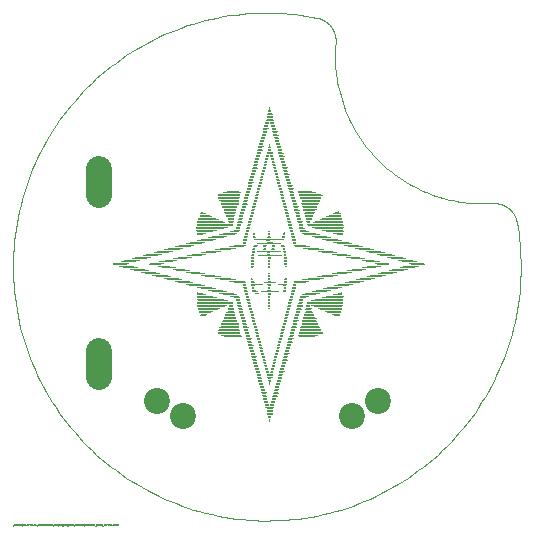
<source format=gtl>
G75*
%MOIN*%
%OFA0B0*%
%FSLAX25Y25*%
%IPPOS*%
%LPD*%
%AMOC8*
5,1,8,0,0,1.08239X$1,22.5*
%
%ADD10C,0.00098*%
%ADD11R,0.00330X0.00334*%
%ADD12R,0.00330X0.00333*%
%ADD13R,0.00670X0.00334*%
%ADD14R,0.01000X0.00333*%
%ADD15R,0.01000X0.00334*%
%ADD16R,0.01670X0.00333*%
%ADD17R,0.01670X0.00334*%
%ADD18R,0.02000X0.00333*%
%ADD19R,0.02330X0.00333*%
%ADD20R,0.02330X0.00334*%
%ADD21R,0.03000X0.00333*%
%ADD22R,0.03000X0.00334*%
%ADD23R,0.01330X0.00333*%
%ADD24R,0.01340X0.00333*%
%ADD25R,0.01330X0.00334*%
%ADD26R,0.01340X0.00334*%
%ADD27R,0.01660X0.00334*%
%ADD28R,0.01660X0.00333*%
%ADD29R,0.00670X0.00333*%
%ADD30R,0.00660X0.00333*%
%ADD31R,0.00660X0.00334*%
%ADD32R,0.02660X0.00334*%
%ADD33R,0.04000X0.00334*%
%ADD34R,0.05670X0.00333*%
%ADD35R,0.05660X0.00333*%
%ADD36R,0.06670X0.00333*%
%ADD37R,0.06660X0.00333*%
%ADD38R,0.07340X0.00334*%
%ADD39R,0.07330X0.00334*%
%ADD40R,0.07660X0.00333*%
%ADD41R,0.07670X0.00333*%
%ADD42R,0.07330X0.00333*%
%ADD43R,0.07000X0.00333*%
%ADD44R,0.06670X0.00334*%
%ADD45R,0.06330X0.00333*%
%ADD46R,0.06000X0.00333*%
%ADD47R,0.06000X0.00334*%
%ADD48R,0.05000X0.00334*%
%ADD49R,0.05000X0.00333*%
%ADD50R,0.04660X0.00333*%
%ADD51R,0.04670X0.00333*%
%ADD52R,0.04660X0.00334*%
%ADD53R,0.04340X0.00334*%
%ADD54R,0.04330X0.00333*%
%ADD55R,0.04340X0.00333*%
%ADD56R,0.04000X0.00333*%
%ADD57R,0.00340X0.00334*%
%ADD58R,0.03340X0.00333*%
%ADD59R,0.03330X0.00333*%
%ADD60R,0.02670X0.00333*%
%ADD61R,0.03330X0.00334*%
%ADD62R,0.03670X0.00334*%
%ADD63R,0.05330X0.00333*%
%ADD64R,0.07340X0.00333*%
%ADD65R,0.08000X0.00333*%
%ADD66R,0.08330X0.00334*%
%ADD67R,0.08660X0.00334*%
%ADD68R,0.09330X0.00333*%
%ADD69R,0.09660X0.00333*%
%ADD70R,0.10000X0.00333*%
%ADD71R,0.10670X0.00333*%
%ADD72R,0.11670X0.00334*%
%ADD73R,0.12000X0.00334*%
%ADD74R,0.11670X0.00333*%
%ADD75R,0.12000X0.00333*%
%ADD76R,0.11330X0.00334*%
%ADD77R,0.10330X0.00333*%
%ADD78R,0.09000X0.00333*%
%ADD79R,0.09340X0.00333*%
%ADD80R,0.07670X0.00334*%
%ADD81R,0.08000X0.00334*%
%ADD82R,0.10660X0.00334*%
%ADD83R,0.05340X0.00333*%
%ADD84R,0.02000X0.00334*%
%ADD85R,0.03670X0.00333*%
%ADD86R,0.05340X0.00334*%
%ADD87R,0.05330X0.00334*%
%ADD88R,0.04330X0.00334*%
%ADD89R,0.04670X0.00334*%
%ADD90R,0.05660X0.00334*%
%ADD91R,0.09340X0.00334*%
%ADD92R,0.02670X0.00334*%
%ADD93R,0.10330X0.00334*%
%ADD94R,0.10660X0.00333*%
%ADD95R,0.10340X0.00333*%
%ADD96R,0.11660X0.00334*%
%ADD97R,0.10000X0.00334*%
%ADD98R,0.08670X0.00333*%
%ADD99R,0.02660X0.00333*%
%ADD100R,0.03660X0.00333*%
%ADD101R,0.03340X0.00334*%
%ADD102R,0.02340X0.00333*%
%ADD103R,0.03660X0.00334*%
%ADD104R,0.07660X0.00334*%
%ADD105R,0.07000X0.00334*%
%ADD106C,0.00100*%
%ADD107C,0.08661*%
%ADD108C,0.08661*%
D10*
X0003092Y0085317D02*
X0003020Y0087391D01*
X0002998Y0089466D01*
X0003027Y0091541D01*
X0003108Y0093614D01*
X0003238Y0095685D01*
X0003420Y0097752D01*
X0003652Y0099814D01*
X0003935Y0101870D01*
X0004268Y0103918D01*
X0004651Y0105958D01*
X0005084Y0107987D01*
X0005567Y0110005D01*
X0006099Y0112011D01*
X0006680Y0114003D01*
X0007310Y0115980D01*
X0007987Y0117942D01*
X0008713Y0119886D01*
X0009486Y0121811D01*
X0010307Y0123717D01*
X0011173Y0125603D01*
X0012086Y0127466D01*
X0013044Y0129307D01*
X0014047Y0131124D01*
X0015094Y0132915D01*
X0016184Y0134681D01*
X0017318Y0136419D01*
X0018494Y0138129D01*
X0019711Y0139809D01*
X0020969Y0141459D01*
X0022268Y0143078D01*
X0023605Y0144664D01*
X0024981Y0146217D01*
X0026395Y0147736D01*
X0027846Y0149220D01*
X0029332Y0150668D01*
X0030854Y0152079D01*
X0032409Y0153452D01*
X0033998Y0154787D01*
X0035619Y0156083D01*
X0037272Y0157338D01*
X0038954Y0158552D01*
X0040666Y0159725D01*
X0042406Y0160855D01*
X0044174Y0161943D01*
X0045967Y0162987D01*
X0047785Y0163986D01*
X0049628Y0164941D01*
X0051493Y0165850D01*
X0053380Y0166713D01*
X0055288Y0167530D01*
X0057215Y0168300D01*
X0059160Y0169022D01*
X0061123Y0169696D01*
X0063101Y0170322D01*
X0065094Y0170900D01*
X0067101Y0171428D01*
X0069120Y0171907D01*
X0071150Y0172337D01*
X0073190Y0172716D01*
X0075239Y0173045D01*
X0077295Y0173324D01*
X0079358Y0173553D01*
X0081425Y0173731D01*
X0083496Y0173858D01*
X0085570Y0173934D01*
X0087645Y0173960D01*
X0104371Y0172292D02*
X0104556Y0172252D01*
X0104740Y0172207D01*
X0104923Y0172158D01*
X0105105Y0172104D01*
X0105285Y0172046D01*
X0105464Y0171983D01*
X0105641Y0171917D01*
X0105817Y0171846D01*
X0105991Y0171771D01*
X0106162Y0171691D01*
X0106332Y0171608D01*
X0106500Y0171520D01*
X0106666Y0171428D01*
X0106829Y0171332D01*
X0106990Y0171233D01*
X0107149Y0171129D01*
X0107305Y0171022D01*
X0107458Y0170911D01*
X0107609Y0170796D01*
X0107757Y0170678D01*
X0107902Y0170556D01*
X0108044Y0170430D01*
X0108182Y0170302D01*
X0108318Y0170169D01*
X0108450Y0170034D01*
X0108579Y0169895D01*
X0108705Y0169754D01*
X0108827Y0169609D01*
X0108946Y0169461D01*
X0109061Y0169311D01*
X0109172Y0169158D01*
X0109280Y0169002D01*
X0109384Y0168844D01*
X0109484Y0168683D01*
X0109580Y0168520D01*
X0109672Y0168354D01*
X0109760Y0168186D01*
X0109843Y0168016D01*
X0109923Y0167845D01*
X0109999Y0167671D01*
X0110070Y0167496D01*
X0110137Y0167319D01*
X0110200Y0167140D01*
X0110258Y0166960D01*
X0110312Y0166778D01*
X0110361Y0166595D01*
X0110407Y0166411D01*
X0110447Y0166226D01*
X0110483Y0166041D01*
X0110515Y0165854D01*
X0110542Y0165666D01*
X0110564Y0165478D01*
X0110582Y0165290D01*
X0110596Y0165101D01*
X0110604Y0164912D01*
X0110609Y0164723D01*
X0110608Y0164533D01*
X0110603Y0164344D01*
X0110594Y0164155D01*
X0110579Y0163966D01*
X0110486Y0162774D01*
X0110422Y0161580D01*
X0110386Y0160385D01*
X0110380Y0159190D01*
X0110403Y0157995D01*
X0110455Y0156801D01*
X0110536Y0155608D01*
X0110646Y0154418D01*
X0110786Y0153231D01*
X0110953Y0152047D01*
X0111150Y0150868D01*
X0111376Y0149694D01*
X0111629Y0148526D01*
X0111912Y0147364D01*
X0112222Y0146210D01*
X0112561Y0145064D01*
X0112927Y0143926D01*
X0113321Y0142797D01*
X0113742Y0141678D01*
X0114190Y0140570D01*
X0114666Y0139473D01*
X0115167Y0138388D01*
X0115695Y0137316D01*
X0116249Y0136257D01*
X0116829Y0135211D01*
X0117434Y0134180D01*
X0118064Y0133164D01*
X0118718Y0132164D01*
X0119397Y0131180D01*
X0120099Y0130213D01*
X0120825Y0129263D01*
X0121573Y0128331D01*
X0122344Y0127417D01*
X0123137Y0126523D01*
X0123952Y0125648D01*
X0124788Y0124793D01*
X0124788Y0124794D02*
X0125643Y0123958D01*
X0126518Y0123143D01*
X0127413Y0122349D01*
X0128326Y0121578D01*
X0129259Y0120829D01*
X0130209Y0120103D01*
X0131177Y0119400D01*
X0132161Y0118721D01*
X0133162Y0118067D01*
X0134178Y0117437D01*
X0135210Y0116832D01*
X0136255Y0116252D01*
X0137315Y0115698D01*
X0138388Y0115169D01*
X0139473Y0114668D01*
X0140571Y0114192D01*
X0141679Y0113744D01*
X0142798Y0113322D01*
X0143928Y0112929D01*
X0145066Y0112562D01*
X0146213Y0112224D01*
X0147368Y0111913D01*
X0148530Y0111631D01*
X0149698Y0111378D01*
X0150873Y0111152D01*
X0152052Y0110956D01*
X0153236Y0110788D01*
X0154424Y0110649D01*
X0155615Y0110539D01*
X0156808Y0110458D01*
X0158003Y0110407D01*
X0159198Y0110384D01*
X0160394Y0110391D01*
X0161590Y0110426D01*
X0162784Y0110491D01*
X0162974Y0110501D01*
X0163164Y0110506D01*
X0163354Y0110507D01*
X0163544Y0110503D01*
X0163734Y0110495D01*
X0163924Y0110481D01*
X0164113Y0110464D01*
X0164302Y0110442D01*
X0164490Y0110415D01*
X0164677Y0110383D01*
X0164864Y0110348D01*
X0165050Y0110307D01*
X0165235Y0110262D01*
X0165418Y0110213D01*
X0165601Y0110159D01*
X0165781Y0110101D01*
X0165961Y0110038D01*
X0166139Y0109971D01*
X0166315Y0109900D01*
X0166490Y0109824D01*
X0166662Y0109744D01*
X0166833Y0109661D01*
X0167001Y0109573D01*
X0167168Y0109480D01*
X0167332Y0109384D01*
X0167493Y0109284D01*
X0167652Y0109180D01*
X0167809Y0109073D01*
X0167963Y0108961D01*
X0168114Y0108846D01*
X0168262Y0108727D01*
X0168408Y0108604D01*
X0168550Y0108478D01*
X0168690Y0108349D01*
X0168826Y0108216D01*
X0168958Y0108080D01*
X0169088Y0107941D01*
X0169214Y0107799D01*
X0169337Y0107653D01*
X0169456Y0107505D01*
X0169571Y0107354D01*
X0169683Y0107200D01*
X0169791Y0107044D01*
X0169895Y0106885D01*
X0169995Y0106723D01*
X0170091Y0106559D01*
X0170183Y0106393D01*
X0170272Y0106225D01*
X0170356Y0106054D01*
X0170436Y0105882D01*
X0170511Y0105707D01*
X0170583Y0105531D01*
X0170650Y0105353D01*
X0170713Y0105174D01*
X0170771Y0104993D01*
X0170825Y0104810D01*
X0170875Y0104627D01*
X0170920Y0104442D01*
X0170960Y0104256D01*
X0170996Y0104070D01*
X0083647Y0004762D02*
X0081570Y0004891D01*
X0079497Y0005072D01*
X0077428Y0005303D01*
X0075366Y0005585D01*
X0073312Y0005917D01*
X0071266Y0006300D01*
X0069230Y0006733D01*
X0067206Y0007215D01*
X0065194Y0007747D01*
X0063195Y0008328D01*
X0061212Y0008958D01*
X0059244Y0009636D01*
X0057294Y0010362D01*
X0055362Y0011136D01*
X0053449Y0011957D01*
X0051558Y0012825D01*
X0049688Y0013738D01*
X0047841Y0014698D01*
X0046018Y0015702D01*
X0044220Y0016750D01*
X0042449Y0017843D01*
X0040704Y0018978D01*
X0038989Y0020156D01*
X0037302Y0021376D01*
X0035646Y0022636D01*
X0034021Y0023937D01*
X0032429Y0025277D01*
X0030870Y0026656D01*
X0029345Y0028072D01*
X0027856Y0029526D01*
X0026402Y0031015D01*
X0024986Y0032540D01*
X0023607Y0034099D01*
X0022267Y0035691D01*
X0020966Y0037316D01*
X0019706Y0038972D01*
X0018486Y0040659D01*
X0017308Y0042374D01*
X0016173Y0044119D01*
X0015080Y0045890D01*
X0014032Y0047688D01*
X0013028Y0049511D01*
X0012068Y0051358D01*
X0011155Y0053228D01*
X0010287Y0055119D01*
X0009466Y0057032D01*
X0008692Y0058964D01*
X0007966Y0060914D01*
X0007288Y0062882D01*
X0006658Y0064865D01*
X0006077Y0066864D01*
X0005545Y0068876D01*
X0005063Y0070901D01*
X0004630Y0072936D01*
X0004247Y0074982D01*
X0003915Y0077036D01*
X0003633Y0079099D01*
X0003402Y0081167D01*
X0003221Y0083240D01*
X0003092Y0085317D01*
X0083648Y0004761D02*
X0085722Y0004689D01*
X0087797Y0004667D01*
X0089872Y0004696D01*
X0091945Y0004777D01*
X0094016Y0004908D01*
X0096083Y0005089D01*
X0098145Y0005322D01*
X0100201Y0005604D01*
X0102249Y0005937D01*
X0104289Y0006320D01*
X0106318Y0006754D01*
X0108336Y0007236D01*
X0110342Y0007768D01*
X0112334Y0008349D01*
X0114311Y0008979D01*
X0116273Y0009657D01*
X0118217Y0010383D01*
X0120142Y0011156D01*
X0122048Y0011976D01*
X0123934Y0012843D01*
X0125798Y0013755D01*
X0127638Y0014713D01*
X0129455Y0015716D01*
X0131246Y0016763D01*
X0133012Y0017854D01*
X0134750Y0018987D01*
X0136460Y0020163D01*
X0138140Y0021381D01*
X0139790Y0022639D01*
X0141409Y0023937D01*
X0142995Y0025275D01*
X0144549Y0026651D01*
X0146068Y0028065D01*
X0147551Y0029516D01*
X0148999Y0031002D01*
X0150410Y0032524D01*
X0151784Y0034079D01*
X0153118Y0035668D01*
X0154414Y0037289D01*
X0155669Y0038942D01*
X0156883Y0040624D01*
X0158056Y0042336D01*
X0159187Y0044076D01*
X0160274Y0045844D01*
X0161318Y0047637D01*
X0162317Y0049456D01*
X0163272Y0051298D01*
X0164181Y0053163D01*
X0165045Y0055050D01*
X0165861Y0056958D01*
X0166631Y0058885D01*
X0167353Y0060830D01*
X0168028Y0062793D01*
X0168654Y0064771D01*
X0169231Y0066765D01*
X0169759Y0068771D01*
X0170238Y0070790D01*
X0170668Y0072821D01*
X0171047Y0074861D01*
X0171376Y0076909D01*
X0171655Y0078966D01*
X0171884Y0081028D01*
X0172062Y0083096D01*
X0172189Y0085167D01*
X0172265Y0087241D01*
X0172291Y0089315D01*
X0172291Y0089316D02*
X0172271Y0091169D01*
X0172210Y0093022D01*
X0172109Y0094873D01*
X0171967Y0096721D01*
X0171785Y0098566D01*
X0171562Y0100406D01*
X0171300Y0102241D01*
X0170997Y0104070D01*
X0104372Y0172293D02*
X0102534Y0172642D01*
X0100689Y0172951D01*
X0098837Y0173219D01*
X0096980Y0173446D01*
X0095119Y0173631D01*
X0093254Y0173776D01*
X0091386Y0173879D01*
X0089516Y0173941D01*
X0087645Y0173961D01*
D11*
X0088665Y0141670D03*
X0088665Y0129670D03*
X0111665Y0107670D03*
X0093665Y0100670D03*
X0112665Y0080670D03*
X0088665Y0050670D03*
X0088665Y0037670D03*
X0064665Y0080670D03*
D12*
X0082665Y0085337D03*
X0088665Y0050337D03*
X0088665Y0050004D03*
X0088665Y0038337D03*
X0088665Y0038004D03*
X0088665Y0129337D03*
X0088665Y0130004D03*
X0088665Y0142004D03*
X0088665Y0142337D03*
D13*
X0088165Y0126670D03*
X0087835Y0125670D03*
X0086835Y0121670D03*
X0090835Y0120670D03*
X0092165Y0115670D03*
X0093835Y0093670D03*
X0093835Y0082670D03*
X0093835Y0081670D03*
X0083165Y0093670D03*
X0064835Y0099670D03*
X0085165Y0064670D03*
X0089835Y0055670D03*
X0087835Y0054670D03*
X0088835Y0038670D03*
D14*
X0088670Y0039004D03*
X0088670Y0039337D03*
X0088670Y0051337D03*
X0088670Y0052004D03*
X0089330Y0054004D03*
X0089670Y0055004D03*
X0089670Y0055337D03*
X0090000Y0056004D03*
X0090000Y0056337D03*
X0090330Y0057337D03*
X0090330Y0058004D03*
X0090670Y0059004D03*
X0090670Y0059337D03*
X0091000Y0060004D03*
X0091000Y0060337D03*
X0091330Y0061004D03*
X0091330Y0061337D03*
X0091670Y0062337D03*
X0091670Y0063004D03*
X0092000Y0064004D03*
X0092000Y0064337D03*
X0092330Y0065004D03*
X0092330Y0065337D03*
X0092670Y0066004D03*
X0092670Y0066337D03*
X0092670Y0067004D03*
X0093000Y0067337D03*
X0093000Y0068004D03*
X0093330Y0069004D03*
X0093330Y0069337D03*
X0093670Y0070004D03*
X0093670Y0070337D03*
X0094000Y0071004D03*
X0094000Y0071337D03*
X0094000Y0072004D03*
X0094330Y0072337D03*
X0094330Y0073004D03*
X0094670Y0074004D03*
X0094670Y0074337D03*
X0095000Y0075004D03*
X0095000Y0075337D03*
X0095330Y0076337D03*
X0095330Y0077004D03*
X0095670Y0078004D03*
X0096000Y0079004D03*
X0096000Y0079337D03*
X0096330Y0080004D03*
X0096330Y0080337D03*
X0096670Y0081337D03*
X0097000Y0083004D03*
X0097000Y0083337D03*
X0094000Y0084004D03*
X0094000Y0084337D03*
X0094000Y0085004D03*
X0093670Y0083004D03*
X0093670Y0081337D03*
X0093670Y0081004D03*
X0088670Y0080337D03*
X0088670Y0080004D03*
X0088670Y0083004D03*
X0088670Y0084337D03*
X0094000Y0090004D03*
X0094000Y0090337D03*
X0094000Y0091004D03*
X0094000Y0091337D03*
X0094000Y0092004D03*
X0094000Y0092337D03*
X0093670Y0094337D03*
X0093000Y0096337D03*
X0093330Y0099004D03*
X0093330Y0099337D03*
X0096330Y0100004D03*
X0096330Y0100337D03*
X0096000Y0101004D03*
X0096000Y0101337D03*
X0095670Y0102337D03*
X0095330Y0104004D03*
X0095000Y0105004D03*
X0095000Y0105337D03*
X0094670Y0106004D03*
X0094670Y0106337D03*
X0094330Y0107337D03*
X0094330Y0108004D03*
X0094000Y0108337D03*
X0094000Y0109004D03*
X0093670Y0110004D03*
X0093670Y0110337D03*
X0093330Y0111004D03*
X0093330Y0111337D03*
X0093000Y0112004D03*
X0093000Y0112337D03*
X0093000Y0113004D03*
X0092670Y0113337D03*
X0092670Y0114004D03*
X0092670Y0114337D03*
X0092330Y0115004D03*
X0092330Y0115337D03*
X0092000Y0116004D03*
X0092000Y0116337D03*
X0091670Y0117004D03*
X0091670Y0117337D03*
X0091670Y0118004D03*
X0091330Y0118337D03*
X0091330Y0119004D03*
X0091000Y0120004D03*
X0091000Y0120337D03*
X0090670Y0121004D03*
X0090670Y0121337D03*
X0090330Y0122337D03*
X0090330Y0123004D03*
X0090000Y0123337D03*
X0090000Y0124004D03*
X0089670Y0125004D03*
X0089670Y0125337D03*
X0089330Y0126004D03*
X0089330Y0126337D03*
X0088000Y0126337D03*
X0088000Y0126004D03*
X0087670Y0125337D03*
X0087670Y0125004D03*
X0087330Y0124004D03*
X0087330Y0123337D03*
X0087000Y0122337D03*
X0087000Y0122004D03*
X0086670Y0121337D03*
X0086670Y0121004D03*
X0086330Y0120337D03*
X0086330Y0120004D03*
X0086000Y0119004D03*
X0086000Y0118337D03*
X0085670Y0117337D03*
X0085670Y0117004D03*
X0085330Y0116337D03*
X0085330Y0116004D03*
X0085000Y0115337D03*
X0085000Y0115004D03*
X0084670Y0114004D03*
X0084670Y0113337D03*
X0084330Y0113004D03*
X0084330Y0112337D03*
X0084330Y0112004D03*
X0084000Y0111337D03*
X0084000Y0111004D03*
X0083670Y0110337D03*
X0083670Y0110004D03*
X0083330Y0109004D03*
X0083330Y0108337D03*
X0083000Y0108004D03*
X0083000Y0107337D03*
X0083000Y0107004D03*
X0082670Y0106337D03*
X0082670Y0106004D03*
X0082330Y0105337D03*
X0082330Y0105004D03*
X0082000Y0104004D03*
X0082000Y0103337D03*
X0081670Y0103004D03*
X0081670Y0102337D03*
X0081330Y0101337D03*
X0081330Y0101004D03*
X0081000Y0100337D03*
X0081000Y0100004D03*
X0080670Y0099004D03*
X0080330Y0097337D03*
X0080330Y0097004D03*
X0083330Y0095004D03*
X0083330Y0094337D03*
X0083330Y0094004D03*
X0083000Y0093004D03*
X0083000Y0092337D03*
X0083000Y0092004D03*
X0083000Y0091337D03*
X0083000Y0091004D03*
X0083000Y0090337D03*
X0083000Y0090004D03*
X0083000Y0089337D03*
X0083000Y0084337D03*
X0080330Y0083337D03*
X0080330Y0083004D03*
X0080670Y0082004D03*
X0080670Y0081337D03*
X0081000Y0080337D03*
X0081000Y0080004D03*
X0081330Y0079337D03*
X0081330Y0079004D03*
X0081670Y0078004D03*
X0081670Y0077337D03*
X0082000Y0077004D03*
X0082000Y0076337D03*
X0082000Y0076004D03*
X0082330Y0075337D03*
X0082330Y0075004D03*
X0082670Y0074337D03*
X0082670Y0074004D03*
X0083000Y0073337D03*
X0083000Y0073004D03*
X0083000Y0072337D03*
X0083330Y0072004D03*
X0083330Y0071337D03*
X0083330Y0071004D03*
X0083670Y0070337D03*
X0083670Y0070004D03*
X0084000Y0069337D03*
X0084000Y0069004D03*
X0084330Y0068337D03*
X0084330Y0068004D03*
X0084330Y0067337D03*
X0084670Y0067004D03*
X0084670Y0066337D03*
X0084670Y0066004D03*
X0085000Y0065337D03*
X0085000Y0065004D03*
X0085330Y0064337D03*
X0085330Y0064004D03*
X0085670Y0063004D03*
X0085670Y0062337D03*
X0086000Y0062004D03*
X0086000Y0061337D03*
X0086000Y0061004D03*
X0086330Y0060337D03*
X0086330Y0060004D03*
X0086670Y0059337D03*
X0086670Y0059004D03*
X0087000Y0058004D03*
X0087000Y0057337D03*
X0087330Y0056337D03*
X0087670Y0055337D03*
X0087670Y0055004D03*
X0088000Y0054337D03*
X0088000Y0054004D03*
X0088670Y0092004D03*
X0088670Y0092337D03*
X0088330Y0093337D03*
X0088330Y0094004D03*
X0087000Y0095004D03*
X0087000Y0096004D03*
X0090000Y0096004D03*
X0090000Y0096337D03*
X0083670Y0099004D03*
X0096670Y0099004D03*
X0097000Y0097337D03*
X0097000Y0097004D03*
X0101670Y0104004D03*
X0088670Y0128004D03*
X0088670Y0128337D03*
X0088670Y0129004D03*
X0088670Y0141004D03*
X0088670Y0141337D03*
D15*
X0088670Y0140670D03*
X0088670Y0128670D03*
X0089330Y0126670D03*
X0089670Y0124670D03*
X0090000Y0123670D03*
X0090330Y0122670D03*
X0090670Y0121670D03*
X0091000Y0119670D03*
X0091330Y0118670D03*
X0091670Y0117670D03*
X0092000Y0116670D03*
X0092330Y0114670D03*
X0092670Y0113670D03*
X0093000Y0112670D03*
X0093330Y0111670D03*
X0093670Y0109670D03*
X0094000Y0108670D03*
X0094330Y0107670D03*
X0094670Y0106670D03*
X0095000Y0104670D03*
X0095330Y0103670D03*
X0095670Y0102670D03*
X0096000Y0101670D03*
X0096330Y0099670D03*
X0096670Y0098670D03*
X0097000Y0097670D03*
X0093670Y0094670D03*
X0093330Y0095670D03*
X0094000Y0092670D03*
X0094000Y0091670D03*
X0094000Y0090670D03*
X0094000Y0089670D03*
X0094000Y0084670D03*
X0097000Y0082670D03*
X0096670Y0081670D03*
X0096330Y0080670D03*
X0095670Y0077670D03*
X0095330Y0076670D03*
X0095000Y0075670D03*
X0094670Y0073670D03*
X0094330Y0072670D03*
X0094000Y0071670D03*
X0093670Y0070670D03*
X0093330Y0068670D03*
X0093000Y0067670D03*
X0092670Y0066670D03*
X0092330Y0065670D03*
X0092330Y0064670D03*
X0092000Y0063670D03*
X0091670Y0062670D03*
X0091330Y0061670D03*
X0091000Y0060670D03*
X0091000Y0059670D03*
X0090670Y0058670D03*
X0090330Y0057670D03*
X0090000Y0056670D03*
X0087670Y0055670D03*
X0087330Y0056670D03*
X0087000Y0057670D03*
X0086670Y0058670D03*
X0086330Y0060670D03*
X0086000Y0061670D03*
X0085670Y0062670D03*
X0085330Y0063670D03*
X0085000Y0065670D03*
X0084670Y0066670D03*
X0084330Y0067670D03*
X0084000Y0068670D03*
X0083670Y0069670D03*
X0083670Y0070670D03*
X0083330Y0071670D03*
X0083000Y0072670D03*
X0082670Y0073670D03*
X0082330Y0075670D03*
X0082000Y0076670D03*
X0081670Y0077670D03*
X0081330Y0078670D03*
X0081000Y0080670D03*
X0080670Y0081670D03*
X0080330Y0082670D03*
X0083000Y0082670D03*
X0083330Y0081670D03*
X0083000Y0084670D03*
X0083000Y0089670D03*
X0083000Y0090670D03*
X0083000Y0091670D03*
X0083000Y0092670D03*
X0083330Y0094670D03*
X0083670Y0095670D03*
X0087000Y0095670D03*
X0090000Y0095670D03*
X0081670Y0102670D03*
X0082000Y0103670D03*
X0082330Y0104670D03*
X0082670Y0106670D03*
X0083000Y0107670D03*
X0083330Y0108670D03*
X0083670Y0109670D03*
X0084000Y0110670D03*
X0084000Y0111670D03*
X0084330Y0112670D03*
X0084670Y0113670D03*
X0085000Y0114670D03*
X0085330Y0115670D03*
X0085330Y0116670D03*
X0085670Y0117670D03*
X0086000Y0118670D03*
X0086330Y0119670D03*
X0086670Y0120670D03*
X0087000Y0122670D03*
X0087330Y0123670D03*
X0087670Y0124670D03*
X0075670Y0103670D03*
X0081330Y0101670D03*
X0081000Y0099670D03*
X0080670Y0098670D03*
X0080330Y0097670D03*
X0111330Y0072670D03*
X0089330Y0053670D03*
X0088000Y0053670D03*
X0088670Y0051670D03*
X0088670Y0039670D03*
D16*
X0088665Y0040004D03*
X0088665Y0040337D03*
X0090335Y0046004D03*
X0090665Y0047004D03*
X0086665Y0047337D03*
X0088665Y0052337D03*
X0088665Y0053004D03*
X0088665Y0053337D03*
X0092665Y0054337D03*
X0093665Y0058004D03*
X0094335Y0060337D03*
X0095335Y0064004D03*
X0095665Y0065337D03*
X0096665Y0069004D03*
X0097335Y0071337D03*
X0098335Y0075004D03*
X0098665Y0076004D03*
X0098665Y0076337D03*
X0099665Y0079004D03*
X0101665Y0075337D03*
X0083665Y0081004D03*
X0077665Y0079004D03*
X0080665Y0069004D03*
X0081665Y0065337D03*
X0082335Y0063004D03*
X0083335Y0059337D03*
X0066335Y0073004D03*
X0065335Y0080337D03*
X0065335Y0100004D03*
X0066335Y0107004D03*
X0075665Y0104337D03*
X0078665Y0104004D03*
X0077665Y0101337D03*
X0080335Y0110004D03*
X0082335Y0117337D03*
X0083665Y0122004D03*
X0088665Y0127004D03*
X0088665Y0127337D03*
X0085335Y0128004D03*
X0085665Y0129337D03*
X0090665Y0133004D03*
X0090335Y0134337D03*
X0087335Y0135337D03*
X0088665Y0139337D03*
X0088665Y0140004D03*
X0092335Y0127004D03*
X0092665Y0126004D03*
X0093665Y0122337D03*
X0094335Y0120004D03*
X0095335Y0116337D03*
X0095665Y0115337D03*
X0097335Y0109337D03*
X0097665Y0108004D03*
X0098665Y0104337D03*
X0099335Y0102004D03*
X0101665Y0105004D03*
X0088665Y0097337D03*
D17*
X0098335Y0105670D03*
X0101665Y0104670D03*
X0096665Y0111670D03*
X0096335Y0112670D03*
X0094665Y0118670D03*
X0093335Y0123670D03*
X0088665Y0127670D03*
X0091665Y0129670D03*
X0091335Y0130670D03*
X0086335Y0131670D03*
X0089665Y0136670D03*
X0088665Y0139670D03*
X0084665Y0125670D03*
X0081335Y0113670D03*
X0079665Y0107670D03*
X0075665Y0104670D03*
X0075665Y0075670D03*
X0094665Y0061670D03*
X0093335Y0056670D03*
X0088665Y0052670D03*
X0091665Y0050670D03*
X0087665Y0043670D03*
X0088665Y0040670D03*
X0084335Y0055670D03*
X0096335Y0067670D03*
X0097665Y0072670D03*
X0101665Y0075670D03*
D18*
X0101500Y0075004D03*
X0111170Y0073004D03*
X0112170Y0100004D03*
X0101830Y0105337D03*
X0099830Y0101337D03*
X0075830Y0105004D03*
X0075830Y0075337D03*
X0088830Y0041004D03*
D19*
X0088665Y0041337D03*
X0088665Y0042004D03*
X0066665Y0073337D03*
X0075665Y0074337D03*
X0075665Y0075004D03*
X0101665Y0074337D03*
X0075665Y0105337D03*
X0088665Y0138337D03*
X0088665Y0139004D03*
D20*
X0088665Y0138670D03*
X0075665Y0105670D03*
X0066665Y0106670D03*
X0079335Y0096670D03*
X0097665Y0083670D03*
X0101665Y0074670D03*
X0075665Y0074670D03*
X0101665Y0105670D03*
X0088665Y0041670D03*
D21*
X0088670Y0042337D03*
X0075670Y0074004D03*
X0077000Y0079337D03*
X0066000Y0080004D03*
X0066000Y0100337D03*
X0075670Y0106337D03*
X0077000Y0101004D03*
X0093000Y0083337D03*
X0100330Y0079337D03*
X0111330Y0080004D03*
X0100330Y0101004D03*
D22*
X0110670Y0106670D03*
X0101670Y0073670D03*
X0075670Y0073670D03*
X0088670Y0042670D03*
X0088670Y0137670D03*
D23*
X0087835Y0137337D03*
X0087835Y0137004D03*
X0089835Y0136337D03*
X0089835Y0136004D03*
X0090165Y0135337D03*
X0090165Y0135004D03*
X0090835Y0132337D03*
X0091165Y0131337D03*
X0091165Y0131004D03*
X0091835Y0129337D03*
X0091835Y0129004D03*
X0092165Y0128004D03*
X0092165Y0127337D03*
X0092835Y0125337D03*
X0092835Y0125004D03*
X0093165Y0124337D03*
X0093165Y0124004D03*
X0093835Y0122004D03*
X0093835Y0121337D03*
X0094165Y0120337D03*
X0094835Y0118337D03*
X0094835Y0118004D03*
X0095165Y0117337D03*
X0095165Y0117004D03*
X0095835Y0115004D03*
X0095835Y0114337D03*
X0096165Y0113337D03*
X0096165Y0113004D03*
X0096835Y0111337D03*
X0096835Y0111004D03*
X0097165Y0110004D03*
X0097835Y0107337D03*
X0098165Y0106337D03*
X0098165Y0106004D03*
X0098835Y0104004D03*
X0099165Y0103004D03*
X0099165Y0102337D03*
X0095835Y0102004D03*
X0095165Y0104337D03*
X0093835Y0109337D03*
X0096835Y0098337D03*
X0096835Y0098004D03*
X0093165Y0096004D03*
X0089835Y0095004D03*
X0087165Y0096337D03*
X0088165Y0098004D03*
X0084165Y0096337D03*
X0083835Y0096004D03*
X0080835Y0099337D03*
X0078165Y0102004D03*
X0078165Y0102337D03*
X0078835Y0104337D03*
X0078835Y0105004D03*
X0079165Y0105337D03*
X0079165Y0106004D03*
X0079165Y0106337D03*
X0079835Y0108004D03*
X0079835Y0108337D03*
X0080165Y0109004D03*
X0080165Y0109337D03*
X0080835Y0111337D03*
X0080835Y0112004D03*
X0080835Y0112337D03*
X0081165Y0113004D03*
X0081165Y0113337D03*
X0081835Y0115004D03*
X0081835Y0115337D03*
X0082165Y0116337D03*
X0082165Y0117004D03*
X0082835Y0119004D03*
X0082835Y0119337D03*
X0083165Y0120004D03*
X0083165Y0120337D03*
X0083835Y0122337D03*
X0083835Y0123004D03*
X0084165Y0124004D03*
X0084165Y0124337D03*
X0084835Y0126004D03*
X0084835Y0126337D03*
X0085165Y0127004D03*
X0085165Y0127337D03*
X0085835Y0130004D03*
X0085835Y0130337D03*
X0086165Y0131004D03*
X0086165Y0131337D03*
X0086835Y0133004D03*
X0086835Y0133337D03*
X0087165Y0134337D03*
X0087165Y0135004D03*
X0088835Y0140337D03*
X0111165Y0107337D03*
X0096835Y0082337D03*
X0096835Y0082004D03*
X0095835Y0078337D03*
X0095165Y0076004D03*
X0098165Y0074337D03*
X0098165Y0074004D03*
X0097835Y0073337D03*
X0097835Y0073004D03*
X0097165Y0071004D03*
X0097165Y0070337D03*
X0096835Y0069337D03*
X0096165Y0067337D03*
X0096165Y0067004D03*
X0095835Y0066004D03*
X0095165Y0063337D03*
X0095165Y0063004D03*
X0094835Y0062337D03*
X0094835Y0062004D03*
X0094165Y0060004D03*
X0093835Y0059004D03*
X0093835Y0058337D03*
X0093165Y0056337D03*
X0093165Y0056004D03*
X0092835Y0055337D03*
X0092835Y0055004D03*
X0092165Y0053004D03*
X0092165Y0052337D03*
X0091835Y0051337D03*
X0091835Y0051004D03*
X0091165Y0049337D03*
X0091165Y0049004D03*
X0090835Y0048004D03*
X0090835Y0047337D03*
X0090165Y0045337D03*
X0090165Y0045004D03*
X0089835Y0044337D03*
X0089835Y0044004D03*
X0087835Y0043337D03*
X0087835Y0043004D03*
X0087165Y0045004D03*
X0087165Y0045337D03*
X0086835Y0046337D03*
X0086835Y0047004D03*
X0086165Y0049004D03*
X0086165Y0049337D03*
X0085835Y0050004D03*
X0085835Y0050337D03*
X0085165Y0052337D03*
X0085165Y0053004D03*
X0084835Y0054004D03*
X0084835Y0054337D03*
X0084165Y0056004D03*
X0084165Y0056337D03*
X0083835Y0057004D03*
X0083835Y0057337D03*
X0083835Y0058004D03*
X0083165Y0060004D03*
X0083165Y0060337D03*
X0082835Y0061004D03*
X0082835Y0061337D03*
X0082165Y0063337D03*
X0082165Y0064004D03*
X0081835Y0064337D03*
X0081835Y0065004D03*
X0081165Y0067004D03*
X0081165Y0067337D03*
X0080835Y0068004D03*
X0080835Y0068337D03*
X0080165Y0070337D03*
X0080165Y0071004D03*
X0080165Y0071337D03*
X0079835Y0072004D03*
X0079835Y0072337D03*
X0079165Y0074004D03*
X0079165Y0074337D03*
X0079165Y0075004D03*
X0078835Y0075337D03*
X0078835Y0076004D03*
X0078165Y0078004D03*
X0078165Y0078337D03*
X0075835Y0076337D03*
X0075835Y0076004D03*
X0080835Y0081004D03*
X0083165Y0083004D03*
X0083165Y0084004D03*
X0093165Y0068337D03*
X0098835Y0077004D03*
X0099165Y0078004D03*
X0099165Y0078337D03*
X0082165Y0104337D03*
X0075835Y0104004D03*
D24*
X0078500Y0103337D03*
X0078500Y0103004D03*
X0081500Y0102004D03*
X0080500Y0098337D03*
X0080500Y0098004D03*
X0088500Y0099004D03*
X0096500Y0099337D03*
X0095500Y0103004D03*
X0095500Y0103337D03*
X0098500Y0105004D03*
X0098500Y0105337D03*
X0097500Y0108337D03*
X0097500Y0109004D03*
X0096500Y0112004D03*
X0096500Y0112337D03*
X0095500Y0116004D03*
X0094500Y0119004D03*
X0094500Y0119337D03*
X0093500Y0123004D03*
X0093500Y0123337D03*
X0092500Y0126337D03*
X0091500Y0130004D03*
X0091500Y0130337D03*
X0090500Y0133337D03*
X0090500Y0134004D03*
X0089500Y0137004D03*
X0089500Y0137337D03*
X0087500Y0136337D03*
X0087500Y0136004D03*
X0086500Y0132337D03*
X0086500Y0132004D03*
X0085500Y0129004D03*
X0085500Y0128337D03*
X0084500Y0125337D03*
X0084500Y0125004D03*
X0083500Y0121337D03*
X0083500Y0121004D03*
X0082500Y0118337D03*
X0082500Y0118004D03*
X0081500Y0114337D03*
X0081500Y0114004D03*
X0080500Y0111004D03*
X0080500Y0110337D03*
X0083500Y0109337D03*
X0079500Y0107337D03*
X0079500Y0107004D03*
X0094500Y0107004D03*
X0101500Y0104337D03*
X0088500Y0083337D03*
X0088500Y0081337D03*
X0084500Y0080337D03*
X0083500Y0081337D03*
X0080500Y0082337D03*
X0081500Y0078337D03*
X0078500Y0077337D03*
X0078500Y0077004D03*
X0078500Y0076337D03*
X0079500Y0073337D03*
X0079500Y0073004D03*
X0080500Y0070004D03*
X0080500Y0069337D03*
X0081500Y0066337D03*
X0081500Y0066004D03*
X0082500Y0062337D03*
X0082500Y0062004D03*
X0083500Y0059004D03*
X0083500Y0058337D03*
X0084500Y0055337D03*
X0084500Y0055004D03*
X0085500Y0052004D03*
X0085500Y0051337D03*
X0085500Y0051004D03*
X0086500Y0048337D03*
X0086500Y0048004D03*
X0087500Y0044337D03*
X0087500Y0044004D03*
X0089500Y0043337D03*
X0089500Y0043004D03*
X0090500Y0046337D03*
X0091500Y0050004D03*
X0091500Y0050337D03*
X0092500Y0053337D03*
X0092500Y0054004D03*
X0093500Y0057004D03*
X0093500Y0057337D03*
X0094500Y0061004D03*
X0094500Y0061337D03*
X0095500Y0064337D03*
X0095500Y0065004D03*
X0096500Y0068004D03*
X0096500Y0068337D03*
X0097500Y0072004D03*
X0097500Y0072337D03*
X0098500Y0075337D03*
X0095500Y0077337D03*
X0096500Y0081004D03*
X0101500Y0076337D03*
X0101500Y0076004D03*
X0094500Y0073337D03*
D25*
X0094835Y0074670D03*
X0098165Y0074670D03*
X0098835Y0076670D03*
X0099165Y0077670D03*
X0099165Y0078670D03*
X0096165Y0079670D03*
X0095835Y0078670D03*
X0097165Y0070670D03*
X0096835Y0069670D03*
X0096165Y0066670D03*
X0095835Y0065670D03*
X0095165Y0063670D03*
X0094835Y0062670D03*
X0094165Y0059670D03*
X0093835Y0058670D03*
X0092835Y0054670D03*
X0092165Y0052670D03*
X0091835Y0051670D03*
X0091165Y0048670D03*
X0090835Y0047670D03*
X0090165Y0045670D03*
X0089835Y0043670D03*
X0087165Y0045670D03*
X0086835Y0046670D03*
X0086165Y0048670D03*
X0085835Y0050670D03*
X0085165Y0052670D03*
X0084835Y0053670D03*
X0084165Y0056670D03*
X0083835Y0057670D03*
X0083165Y0059670D03*
X0082835Y0060670D03*
X0082835Y0061670D03*
X0082165Y0063670D03*
X0081835Y0064670D03*
X0081165Y0066670D03*
X0081165Y0067670D03*
X0080835Y0068670D03*
X0080165Y0070670D03*
X0079835Y0071670D03*
X0079165Y0074670D03*
X0078835Y0075670D03*
X0078165Y0077670D03*
X0078165Y0078670D03*
X0081165Y0079670D03*
X0081165Y0100670D03*
X0078165Y0101670D03*
X0078165Y0102670D03*
X0078835Y0104670D03*
X0079165Y0105670D03*
X0079835Y0108670D03*
X0080165Y0109670D03*
X0080835Y0111670D03*
X0081165Y0112670D03*
X0081835Y0115670D03*
X0082165Y0116670D03*
X0082835Y0118670D03*
X0083165Y0120670D03*
X0083835Y0122670D03*
X0084165Y0123670D03*
X0084835Y0126670D03*
X0085165Y0127670D03*
X0085835Y0129670D03*
X0086165Y0130670D03*
X0086835Y0133670D03*
X0087165Y0134670D03*
X0089835Y0135670D03*
X0090165Y0134670D03*
X0090835Y0132670D03*
X0091165Y0131670D03*
X0091835Y0128670D03*
X0092165Y0127670D03*
X0092835Y0125670D03*
X0093835Y0121670D03*
X0094165Y0120670D03*
X0095165Y0116670D03*
X0095835Y0114670D03*
X0096165Y0113670D03*
X0096835Y0110670D03*
X0097165Y0109670D03*
X0097835Y0107670D03*
X0094835Y0105670D03*
X0098835Y0103670D03*
X0099165Y0102670D03*
X0096165Y0100670D03*
X0087835Y0136670D03*
D26*
X0087500Y0135670D03*
X0086500Y0132670D03*
X0085500Y0128670D03*
X0084500Y0124670D03*
X0083500Y0121670D03*
X0082500Y0117670D03*
X0081500Y0114670D03*
X0080500Y0110670D03*
X0079500Y0106670D03*
X0078500Y0103670D03*
X0082500Y0105670D03*
X0093500Y0110670D03*
X0097500Y0108670D03*
X0098500Y0104670D03*
X0099500Y0101670D03*
X0095500Y0115670D03*
X0094500Y0119670D03*
X0093500Y0122670D03*
X0092500Y0126670D03*
X0090500Y0133670D03*
X0078500Y0076670D03*
X0079500Y0073670D03*
X0079500Y0072670D03*
X0080500Y0069670D03*
X0081500Y0065670D03*
X0082500Y0062670D03*
X0083500Y0058670D03*
X0084500Y0054670D03*
X0085500Y0051670D03*
X0086500Y0047670D03*
X0087500Y0044670D03*
X0090500Y0046670D03*
X0091500Y0049670D03*
X0092500Y0053670D03*
X0093500Y0057670D03*
X0094500Y0060670D03*
X0095500Y0064670D03*
X0096500Y0068670D03*
X0097500Y0071670D03*
X0098500Y0075670D03*
X0093500Y0069670D03*
X0082500Y0074670D03*
D27*
X0098000Y0073670D03*
X0093000Y0055670D03*
X0086000Y0049670D03*
X0090000Y0044670D03*
X0098000Y0106670D03*
X0095000Y0117670D03*
X0093000Y0124670D03*
X0083000Y0119670D03*
D28*
X0082000Y0116004D03*
X0084000Y0123337D03*
X0092000Y0128337D03*
X0091000Y0132004D03*
X0087000Y0134004D03*
X0094000Y0121004D03*
X0096000Y0114004D03*
X0097000Y0110337D03*
X0098000Y0107004D03*
X0099000Y0103337D03*
X0112000Y0080337D03*
X0099000Y0077337D03*
X0097000Y0070004D03*
X0096000Y0066337D03*
X0094000Y0059337D03*
X0092000Y0052004D03*
X0091000Y0048337D03*
X0087000Y0046004D03*
X0085000Y0053337D03*
D29*
X0087165Y0057004D03*
X0086835Y0058337D03*
X0090165Y0057004D03*
X0088835Y0051004D03*
X0091835Y0063337D03*
X0093835Y0082004D03*
X0093835Y0082337D03*
X0094165Y0085337D03*
X0094165Y0089337D03*
X0093835Y0093004D03*
X0093835Y0093337D03*
X0093835Y0094004D03*
X0089835Y0095337D03*
X0087165Y0095337D03*
X0083165Y0093337D03*
X0082835Y0089004D03*
X0082835Y0085004D03*
X0083165Y0082337D03*
X0083165Y0082004D03*
X0066165Y0107337D03*
X0084835Y0114337D03*
X0085835Y0118004D03*
X0086165Y0119337D03*
X0087165Y0123004D03*
X0089835Y0124337D03*
X0091165Y0119337D03*
D30*
X0090500Y0122004D03*
X0087500Y0124337D03*
X0088500Y0101004D03*
X0088500Y0100337D03*
X0088500Y0100004D03*
X0088500Y0099337D03*
X0093500Y0100004D03*
X0093500Y0100337D03*
X0093500Y0095337D03*
X0093500Y0095004D03*
X0088500Y0091337D03*
X0088500Y0091004D03*
X0088500Y0090337D03*
X0088500Y0090004D03*
X0088500Y0089337D03*
X0088500Y0089004D03*
X0088500Y0087004D03*
X0088500Y0086337D03*
X0088500Y0086004D03*
X0088500Y0085337D03*
X0088500Y0085004D03*
X0088500Y0082337D03*
X0088500Y0082004D03*
X0088500Y0079337D03*
X0088500Y0079004D03*
X0088500Y0078337D03*
X0088500Y0078004D03*
X0088500Y0077337D03*
X0088500Y0077004D03*
X0088500Y0076337D03*
X0088500Y0076004D03*
X0088500Y0075337D03*
X0085500Y0063337D03*
X0091500Y0062004D03*
X0090500Y0058337D03*
X0087500Y0056004D03*
X0089500Y0054337D03*
X0083500Y0095337D03*
X0083500Y0099337D03*
X0083500Y0100004D03*
X0083500Y0100337D03*
D31*
X0083500Y0099670D03*
X0088500Y0099670D03*
X0088500Y0100670D03*
X0088500Y0097670D03*
X0088500Y0093670D03*
X0088500Y0091670D03*
X0088500Y0090670D03*
X0088500Y0089670D03*
X0088500Y0086670D03*
X0088500Y0085670D03*
X0088500Y0084670D03*
X0088500Y0082670D03*
X0088500Y0081670D03*
X0088500Y0079670D03*
X0088500Y0078670D03*
X0088500Y0077670D03*
X0088500Y0076670D03*
X0088500Y0075670D03*
X0086500Y0059670D03*
X0089500Y0054670D03*
X0093500Y0099670D03*
X0112500Y0099670D03*
X0089500Y0125670D03*
D32*
X0076500Y0065670D03*
D33*
X0075500Y0072670D03*
X0076500Y0079670D03*
X0066500Y0079670D03*
X0076500Y0100670D03*
X0075500Y0107670D03*
X0101830Y0072670D03*
X0100500Y0065670D03*
X0110830Y0079670D03*
D34*
X0110335Y0079337D03*
X0102335Y0085004D03*
X0110335Y0101004D03*
X0075335Y0110004D03*
X0075335Y0110337D03*
X0075335Y0070337D03*
X0075335Y0070004D03*
X0076335Y0066004D03*
D35*
X0101000Y0066004D03*
X0102000Y0070004D03*
X0102000Y0070337D03*
X0104000Y0085337D03*
X0067000Y0101004D03*
D36*
X0075165Y0111337D03*
X0067835Y0079004D03*
X0068165Y0075004D03*
X0075165Y0069004D03*
X0075165Y0068337D03*
X0075835Y0066337D03*
X0102165Y0069004D03*
D37*
X0101500Y0066337D03*
X0109500Y0105337D03*
D38*
X0075500Y0066670D03*
D39*
X0075165Y0067670D03*
X0101835Y0066670D03*
X0102165Y0067670D03*
D40*
X0075000Y0067337D03*
X0075000Y0067004D03*
X0075000Y0113004D03*
D41*
X0088665Y0093004D03*
X0102335Y0113004D03*
X0102335Y0067337D03*
X0102335Y0067004D03*
D42*
X0109165Y0075004D03*
X0109165Y0105004D03*
X0102165Y0113337D03*
X0075165Y0113337D03*
X0075165Y0112337D03*
X0075165Y0068004D03*
D43*
X0102330Y0068004D03*
X0102330Y0068337D03*
X0109670Y0079004D03*
X0109670Y0101337D03*
X0102330Y0112004D03*
X0102330Y0112337D03*
X0075000Y0112004D03*
X0068330Y0105004D03*
X0067670Y0101337D03*
D44*
X0075165Y0111670D03*
X0101835Y0113670D03*
X0102165Y0111670D03*
X0102165Y0068670D03*
X0075165Y0068670D03*
D45*
X0075335Y0069337D03*
X0075335Y0111004D03*
X0102335Y0111004D03*
X0102335Y0111337D03*
D46*
X0102170Y0110337D03*
X0101170Y0114004D03*
X0076170Y0114004D03*
X0067830Y0105337D03*
X0088830Y0081004D03*
X0102170Y0069337D03*
D47*
X0102170Y0069670D03*
X0109500Y0074670D03*
X0109830Y0105670D03*
X0102170Y0110670D03*
X0075170Y0110670D03*
X0067830Y0074670D03*
X0075170Y0069670D03*
D48*
X0075330Y0070670D03*
X0073000Y0080670D03*
X0069330Y0081670D03*
X0065670Y0082670D03*
X0062000Y0083670D03*
X0058330Y0084670D03*
X0054670Y0085670D03*
X0051000Y0086670D03*
X0047330Y0087670D03*
X0047670Y0092670D03*
X0051330Y0093670D03*
X0055000Y0094670D03*
X0058670Y0095670D03*
X0062330Y0096670D03*
X0066000Y0097670D03*
X0069670Y0098670D03*
X0073330Y0099670D03*
X0066670Y0093670D03*
X0062000Y0092670D03*
X0044000Y0091670D03*
X0040330Y0090670D03*
X0102000Y0070670D03*
X0104000Y0080670D03*
X0107670Y0081670D03*
X0111330Y0082670D03*
X0115000Y0083670D03*
X0118670Y0084670D03*
X0122330Y0085670D03*
X0126000Y0086670D03*
X0129670Y0087670D03*
X0133330Y0088670D03*
X0133000Y0091670D03*
X0129330Y0092670D03*
X0125670Y0093670D03*
X0122000Y0094670D03*
X0115330Y0087670D03*
X0110330Y0093670D03*
X0111330Y0097670D03*
X0107670Y0098670D03*
X0105670Y0094670D03*
X0137000Y0089670D03*
D49*
X0137670Y0090337D03*
X0135330Y0091004D03*
X0134000Y0091337D03*
X0131670Y0092004D03*
X0128000Y0093004D03*
X0127000Y0093337D03*
X0123330Y0094337D03*
X0121000Y0095004D03*
X0119670Y0095337D03*
X0117330Y0096004D03*
X0116000Y0096337D03*
X0113670Y0097004D03*
X0112000Y0093337D03*
X0108670Y0094004D03*
X0107330Y0094337D03*
X0105330Y0099337D03*
X0099670Y0096004D03*
X0099330Y0084337D03*
X0103000Y0080337D03*
X0105330Y0081004D03*
X0106670Y0081337D03*
X0109000Y0082004D03*
X0110330Y0082337D03*
X0112670Y0083004D03*
X0114000Y0083337D03*
X0116330Y0084004D03*
X0117670Y0084337D03*
X0120000Y0085004D03*
X0121330Y0085337D03*
X0123670Y0086004D03*
X0127330Y0087004D03*
X0131000Y0088004D03*
X0134670Y0089004D03*
X0117000Y0088004D03*
X0113670Y0087337D03*
X0112000Y0087004D03*
X0102000Y0071004D03*
X0077670Y0096004D03*
X0072000Y0099337D03*
X0068330Y0098337D03*
X0064670Y0097337D03*
X0061000Y0096337D03*
X0057330Y0095337D03*
X0052670Y0094004D03*
X0049000Y0093004D03*
X0045330Y0092004D03*
X0044670Y0088337D03*
X0046000Y0088004D03*
X0048330Y0087337D03*
X0049670Y0087004D03*
X0053330Y0086004D03*
X0056000Y0085337D03*
X0057000Y0085004D03*
X0059670Y0084337D03*
X0060670Y0084004D03*
X0063330Y0083337D03*
X0067000Y0082337D03*
X0068330Y0082004D03*
X0070670Y0081337D03*
X0072000Y0081004D03*
X0074330Y0080337D03*
X0075330Y0071004D03*
X0070000Y0094337D03*
X0068330Y0094004D03*
X0063670Y0093004D03*
X0075330Y0109004D03*
X0075330Y0109337D03*
X0102000Y0109337D03*
X0110000Y0106004D03*
X0042330Y0089004D03*
X0041000Y0089337D03*
X0041670Y0091004D03*
D50*
X0060500Y0092337D03*
X0075500Y0100337D03*
X0075500Y0080004D03*
X0075500Y0071337D03*
X0067500Y0074337D03*
X0100500Y0114337D03*
X0113500Y0093004D03*
X0116500Y0092337D03*
X0118500Y0088337D03*
X0123500Y0089337D03*
D51*
X0121835Y0089004D03*
X0118165Y0092004D03*
X0101835Y0100337D03*
X0102165Y0109004D03*
X0101835Y0080004D03*
X0101835Y0071337D03*
X0110165Y0074004D03*
X0138165Y0090004D03*
X0068165Y0086337D03*
X0064835Y0087004D03*
X0063165Y0087337D03*
X0059835Y0088004D03*
X0058835Y0092004D03*
X0065165Y0093337D03*
X0038835Y0090004D03*
D52*
X0052500Y0090670D03*
X0061500Y0087670D03*
X0066500Y0086670D03*
X0075500Y0071670D03*
X0075500Y0108670D03*
D53*
X0102000Y0108670D03*
X0101000Y0100670D03*
X0111000Y0100670D03*
X0125000Y0089670D03*
X0101000Y0079670D03*
X0102000Y0071670D03*
D54*
X0121335Y0091337D03*
X0075335Y0108337D03*
X0067335Y0106004D03*
X0055665Y0091337D03*
X0053335Y0089337D03*
X0058335Y0088337D03*
X0075335Y0072004D03*
D55*
X0055000Y0089004D03*
X0054000Y0091004D03*
X0051000Y0090337D03*
X0102000Y0108337D03*
X0123000Y0091004D03*
X0126000Y0090337D03*
X0102000Y0072004D03*
D56*
X0101830Y0072337D03*
X0088830Y0084004D03*
X0084500Y0083337D03*
X0075500Y0072337D03*
X0067170Y0074004D03*
X0050500Y0090004D03*
X0075500Y0107337D03*
X0075500Y0108004D03*
X0101830Y0108004D03*
X0110500Y0106337D03*
X0126500Y0090004D03*
D57*
X0066000Y0072670D03*
D58*
X0075500Y0073004D03*
X0075500Y0073337D03*
X0075500Y0107004D03*
X0111500Y0100337D03*
D59*
X0101835Y0107004D03*
X0101835Y0073337D03*
X0101835Y0073004D03*
D60*
X0101835Y0074004D03*
X0110835Y0073337D03*
X0101835Y0106004D03*
X0101835Y0106337D03*
X0088835Y0138004D03*
D61*
X0101835Y0106670D03*
X0066835Y0073670D03*
D62*
X0110335Y0073670D03*
D63*
X0109835Y0074337D03*
X0107165Y0086004D03*
X0108835Y0086337D03*
X0104165Y0095004D03*
X0108835Y0098337D03*
X0110165Y0098004D03*
X0102835Y0100004D03*
X0102165Y0110004D03*
X0124835Y0086337D03*
X0132165Y0088337D03*
X0135835Y0089337D03*
X0077835Y0084337D03*
X0074835Y0085004D03*
X0073165Y0085337D03*
X0069835Y0086004D03*
X0067165Y0079337D03*
X0052165Y0086337D03*
X0050165Y0093337D03*
X0053835Y0094337D03*
X0056165Y0095004D03*
X0059835Y0096004D03*
X0067165Y0098004D03*
X0070835Y0099004D03*
X0073165Y0095004D03*
X0074835Y0095337D03*
X0042835Y0091337D03*
X0039165Y0090337D03*
D64*
X0068500Y0075337D03*
D65*
X0088500Y0094337D03*
X0088500Y0097004D03*
X0108830Y0075337D03*
D66*
X0088665Y0092670D03*
X0108665Y0104670D03*
X0068665Y0075670D03*
D67*
X0108500Y0075670D03*
D68*
X0069165Y0076004D03*
X0068835Y0102004D03*
X0069165Y0104004D03*
D69*
X0108000Y0076004D03*
D70*
X0088500Y0098337D03*
X0108170Y0104004D03*
X0069500Y0076337D03*
D71*
X0107835Y0076337D03*
X0107835Y0078004D03*
D72*
X0107335Y0077670D03*
X0107335Y0102670D03*
X0070335Y0076670D03*
D73*
X0088500Y0083670D03*
X0107170Y0076670D03*
X0107170Y0103670D03*
D74*
X0107335Y0103004D03*
X0070335Y0103004D03*
X0070335Y0103337D03*
X0070335Y0077337D03*
X0070335Y0077004D03*
D75*
X0107170Y0077004D03*
X0107170Y0077337D03*
X0107170Y0103337D03*
D76*
X0070165Y0077670D03*
D77*
X0069665Y0078004D03*
D78*
X0069000Y0078337D03*
D79*
X0108500Y0078337D03*
X0108500Y0102004D03*
X0108500Y0104337D03*
D80*
X0102335Y0112670D03*
X0068665Y0104670D03*
X0068335Y0078670D03*
D81*
X0088500Y0094670D03*
X0109170Y0101670D03*
X0109170Y0078670D03*
X0068170Y0101670D03*
D82*
X0088500Y0080670D03*
D83*
X0102500Y0095337D03*
X0106500Y0099004D03*
X0112500Y0097337D03*
X0124500Y0094004D03*
X0130500Y0092337D03*
X0128500Y0087337D03*
X0074500Y0100004D03*
X0063500Y0097004D03*
X0064500Y0083004D03*
X0046500Y0092337D03*
D84*
X0079500Y0083670D03*
D85*
X0078665Y0084004D03*
X0078665Y0096337D03*
X0076335Y0114337D03*
X0098665Y0096337D03*
X0098665Y0084004D03*
D86*
X0105500Y0085670D03*
X0110500Y0086670D03*
X0118500Y0095670D03*
X0136500Y0090670D03*
X0076500Y0084670D03*
X0071500Y0085670D03*
X0071500Y0094670D03*
X0067500Y0105670D03*
X0043500Y0088670D03*
D87*
X0039835Y0089670D03*
X0076165Y0095670D03*
X0075165Y0109670D03*
X0102165Y0109670D03*
X0104165Y0099670D03*
X0114835Y0096670D03*
X0100835Y0084670D03*
D88*
X0124335Y0090670D03*
X0066335Y0100670D03*
X0056665Y0088670D03*
X0051665Y0089670D03*
D89*
X0057165Y0091670D03*
X0115165Y0092670D03*
X0119835Y0091670D03*
X0120165Y0088670D03*
D90*
X0101000Y0095670D03*
D91*
X0088500Y0096670D03*
D92*
X0097835Y0096670D03*
D93*
X0088335Y0098670D03*
D94*
X0069500Y0102337D03*
D95*
X0108000Y0102337D03*
D96*
X0070000Y0102670D03*
D97*
X0069500Y0103670D03*
D98*
X0068835Y0104337D03*
D99*
X0075500Y0106004D03*
D100*
X0067000Y0106337D03*
X0102000Y0107337D03*
D101*
X0075500Y0106670D03*
D102*
X0111000Y0107004D03*
D103*
X0102000Y0107670D03*
D104*
X0075000Y0112670D03*
D105*
X0075670Y0113670D03*
D106*
X0003303Y0003683D02*
X0003050Y0002987D01*
X0003581Y0003208D02*
X0003581Y0003620D01*
X0003898Y0003620D02*
X0003898Y0003208D01*
X0003897Y0003208D02*
X0003895Y0003184D01*
X0003890Y0003161D01*
X0003881Y0003139D01*
X0003870Y0003119D01*
X0003855Y0003101D01*
X0003838Y0003084D01*
X0003818Y0003071D01*
X0003797Y0003061D01*
X0003774Y0003054D01*
X0003751Y0003050D01*
X0003727Y0003050D01*
X0003704Y0003054D01*
X0003681Y0003061D01*
X0003660Y0003071D01*
X0003640Y0003084D01*
X0003623Y0003101D01*
X0003608Y0003119D01*
X0003597Y0003139D01*
X0003588Y0003161D01*
X0003583Y0003184D01*
X0003581Y0003208D01*
X0004243Y0003272D02*
X0004402Y0003208D01*
X0004401Y0003208D02*
X0004417Y0003200D01*
X0004430Y0003189D01*
X0004441Y0003175D01*
X0004448Y0003159D01*
X0004452Y0003142D01*
X0004453Y0003125D01*
X0004449Y0003107D01*
X0004442Y0003091D01*
X0004432Y0003077D01*
X0004419Y0003066D01*
X0004404Y0003057D01*
X0004387Y0003052D01*
X0004370Y0003050D01*
X0004418Y0003398D02*
X0004384Y0003412D01*
X0004348Y0003421D01*
X0004312Y0003428D01*
X0004275Y0003430D01*
X0004258Y0003428D01*
X0004241Y0003423D01*
X0004226Y0003414D01*
X0004213Y0003403D01*
X0004203Y0003389D01*
X0004196Y0003373D01*
X0004192Y0003355D01*
X0004193Y0003338D01*
X0004197Y0003321D01*
X0004204Y0003305D01*
X0004215Y0003291D01*
X0004228Y0003280D01*
X0004244Y0003272D01*
X0004196Y0003082D02*
X0004239Y0003068D01*
X0004282Y0003059D01*
X0004326Y0003053D01*
X0004370Y0003050D01*
X0004718Y0003145D02*
X0004718Y0003303D01*
X0004718Y0003240D02*
X0004972Y0003240D01*
X0004972Y0003303D01*
X0004970Y0003324D01*
X0004965Y0003344D01*
X0004957Y0003363D01*
X0004945Y0003381D01*
X0004931Y0003396D01*
X0004914Y0003409D01*
X0004896Y0003419D01*
X0004876Y0003426D01*
X0004855Y0003430D01*
X0004835Y0003430D01*
X0004814Y0003426D01*
X0004794Y0003419D01*
X0004776Y0003409D01*
X0004759Y0003396D01*
X0004745Y0003381D01*
X0004733Y0003363D01*
X0004725Y0003344D01*
X0004720Y0003324D01*
X0004718Y0003303D01*
X0004718Y0003145D02*
X0004720Y0003126D01*
X0004725Y0003109D01*
X0004734Y0003092D01*
X0004746Y0003078D01*
X0004760Y0003066D01*
X0004777Y0003057D01*
X0004794Y0003052D01*
X0004813Y0003050D01*
X0004972Y0003050D01*
X0005266Y0003050D02*
X0005266Y0003430D01*
X0005456Y0003430D01*
X0005456Y0003367D01*
X0005710Y0003272D02*
X0005869Y0003208D01*
X0005868Y0003208D02*
X0005884Y0003200D01*
X0005897Y0003189D01*
X0005908Y0003175D01*
X0005915Y0003159D01*
X0005919Y0003142D01*
X0005920Y0003125D01*
X0005916Y0003107D01*
X0005909Y0003091D01*
X0005899Y0003077D01*
X0005886Y0003066D01*
X0005871Y0003057D01*
X0005854Y0003052D01*
X0005837Y0003050D01*
X0005885Y0003398D02*
X0005851Y0003412D01*
X0005815Y0003421D01*
X0005779Y0003428D01*
X0005742Y0003430D01*
X0005725Y0003428D01*
X0005708Y0003423D01*
X0005693Y0003414D01*
X0005680Y0003403D01*
X0005670Y0003389D01*
X0005663Y0003373D01*
X0005659Y0003355D01*
X0005660Y0003338D01*
X0005664Y0003321D01*
X0005671Y0003305D01*
X0005682Y0003291D01*
X0005695Y0003280D01*
X0005711Y0003272D01*
X0005663Y0003082D02*
X0005706Y0003068D01*
X0005749Y0003059D01*
X0005793Y0003053D01*
X0005837Y0003050D01*
X0006166Y0002987D02*
X0006419Y0003683D01*
X0006705Y0003620D02*
X0006895Y0003303D01*
X0007085Y0003620D01*
X0007085Y0003050D01*
X0007368Y0003050D02*
X0007558Y0003620D01*
X0007748Y0003050D01*
X0007701Y0003192D02*
X0007416Y0003192D01*
X0007963Y0003620D02*
X0008280Y0003620D01*
X0008121Y0003620D02*
X0008121Y0003050D01*
X0008546Y0003050D02*
X0008546Y0003620D01*
X0008546Y0003367D02*
X0008862Y0003367D01*
X0008862Y0003620D02*
X0008862Y0003050D01*
X0009195Y0003050D02*
X0009195Y0003620D01*
X0009353Y0003620D01*
X0009377Y0003618D01*
X0009400Y0003613D01*
X0009422Y0003604D01*
X0009442Y0003593D01*
X0009460Y0003578D01*
X0009477Y0003561D01*
X0009490Y0003541D01*
X0009500Y0003520D01*
X0009507Y0003497D01*
X0009511Y0003474D01*
X0009511Y0003450D01*
X0009507Y0003427D01*
X0009500Y0003404D01*
X0009490Y0003383D01*
X0009477Y0003363D01*
X0009460Y0003346D01*
X0009442Y0003331D01*
X0009422Y0003320D01*
X0009400Y0003311D01*
X0009377Y0003306D01*
X0009353Y0003304D01*
X0009353Y0003303D02*
X0009195Y0003303D01*
X0009385Y0003303D02*
X0009511Y0003050D01*
X0009760Y0003050D02*
X0009950Y0003620D01*
X0010140Y0003050D01*
X0010093Y0003192D02*
X0009808Y0003192D01*
X0010363Y0003050D02*
X0010743Y0003620D01*
X0010363Y0003620D02*
X0010743Y0003050D01*
X0010969Y0002987D02*
X0011223Y0003683D01*
X0011501Y0003620D02*
X0011659Y0003620D01*
X0011681Y0003618D01*
X0011704Y0003614D01*
X0011725Y0003606D01*
X0011744Y0003595D01*
X0011762Y0003581D01*
X0011778Y0003565D01*
X0011792Y0003547D01*
X0011803Y0003528D01*
X0011811Y0003507D01*
X0011815Y0003484D01*
X0011817Y0003462D01*
X0011817Y0003208D01*
X0011815Y0003183D01*
X0011809Y0003159D01*
X0011800Y0003136D01*
X0011787Y0003115D01*
X0011771Y0003096D01*
X0011752Y0003080D01*
X0011731Y0003067D01*
X0011708Y0003058D01*
X0011684Y0003052D01*
X0011659Y0003050D01*
X0011501Y0003050D01*
X0011501Y0003620D01*
X0012115Y0003303D02*
X0012115Y0003177D01*
X0012117Y0003156D01*
X0012122Y0003136D01*
X0012130Y0003117D01*
X0012142Y0003099D01*
X0012156Y0003084D01*
X0012173Y0003071D01*
X0012191Y0003061D01*
X0012211Y0003054D01*
X0012232Y0003050D01*
X0012252Y0003050D01*
X0012273Y0003054D01*
X0012293Y0003061D01*
X0012311Y0003071D01*
X0012328Y0003084D01*
X0012342Y0003099D01*
X0012354Y0003117D01*
X0012362Y0003136D01*
X0012367Y0003156D01*
X0012369Y0003177D01*
X0012368Y0003177D02*
X0012368Y0003303D01*
X0012369Y0003303D02*
X0012367Y0003324D01*
X0012362Y0003344D01*
X0012354Y0003363D01*
X0012342Y0003381D01*
X0012328Y0003396D01*
X0012311Y0003409D01*
X0012293Y0003419D01*
X0012273Y0003426D01*
X0012252Y0003430D01*
X0012232Y0003430D01*
X0012211Y0003426D01*
X0012191Y0003419D01*
X0012173Y0003409D01*
X0012156Y0003396D01*
X0012142Y0003381D01*
X0012130Y0003363D01*
X0012122Y0003344D01*
X0012117Y0003324D01*
X0012115Y0003303D01*
X0012639Y0003335D02*
X0012639Y0003145D01*
X0012641Y0003126D01*
X0012646Y0003109D01*
X0012655Y0003092D01*
X0012667Y0003078D01*
X0012681Y0003066D01*
X0012698Y0003057D01*
X0012715Y0003052D01*
X0012734Y0003050D01*
X0012860Y0003050D01*
X0013120Y0003145D02*
X0013120Y0003430D01*
X0013373Y0003430D02*
X0013373Y0003050D01*
X0013215Y0003050D01*
X0013196Y0003052D01*
X0013179Y0003057D01*
X0013162Y0003066D01*
X0013148Y0003078D01*
X0013136Y0003092D01*
X0013127Y0003109D01*
X0013122Y0003126D01*
X0013120Y0003145D01*
X0012860Y0003430D02*
X0012734Y0003430D01*
X0012715Y0003428D01*
X0012698Y0003423D01*
X0012681Y0003414D01*
X0012667Y0003402D01*
X0012655Y0003388D01*
X0012646Y0003371D01*
X0012641Y0003354D01*
X0012639Y0003335D01*
X0013700Y0003430D02*
X0013985Y0003430D01*
X0014004Y0003428D01*
X0014021Y0003423D01*
X0014038Y0003414D01*
X0014052Y0003402D01*
X0014064Y0003388D01*
X0014073Y0003371D01*
X0014078Y0003354D01*
X0014080Y0003335D01*
X0014080Y0003050D01*
X0013890Y0003050D02*
X0013890Y0003430D01*
X0013700Y0003430D02*
X0013700Y0003050D01*
X0014386Y0003145D02*
X0014386Y0003303D01*
X0014386Y0003240D02*
X0014640Y0003240D01*
X0014640Y0003303D01*
X0014638Y0003324D01*
X0014633Y0003344D01*
X0014625Y0003363D01*
X0014613Y0003381D01*
X0014599Y0003396D01*
X0014582Y0003409D01*
X0014564Y0003419D01*
X0014544Y0003426D01*
X0014523Y0003430D01*
X0014503Y0003430D01*
X0014482Y0003426D01*
X0014462Y0003419D01*
X0014444Y0003409D01*
X0014427Y0003396D01*
X0014413Y0003381D01*
X0014401Y0003363D01*
X0014393Y0003344D01*
X0014388Y0003324D01*
X0014386Y0003303D01*
X0014386Y0003145D02*
X0014388Y0003126D01*
X0014393Y0003109D01*
X0014402Y0003092D01*
X0014414Y0003078D01*
X0014428Y0003066D01*
X0014445Y0003057D01*
X0014462Y0003052D01*
X0014481Y0003050D01*
X0014640Y0003050D01*
X0014929Y0003050D02*
X0014929Y0003430D01*
X0015087Y0003430D01*
X0015106Y0003428D01*
X0015123Y0003423D01*
X0015140Y0003414D01*
X0015154Y0003402D01*
X0015166Y0003388D01*
X0015175Y0003371D01*
X0015180Y0003354D01*
X0015182Y0003335D01*
X0015182Y0003050D01*
X0015479Y0003145D02*
X0015479Y0003620D01*
X0015416Y0003430D02*
X0015606Y0003430D01*
X0015479Y0003145D02*
X0015481Y0003126D01*
X0015486Y0003109D01*
X0015495Y0003092D01*
X0015507Y0003078D01*
X0015521Y0003066D01*
X0015538Y0003057D01*
X0015555Y0003052D01*
X0015574Y0003050D01*
X0015606Y0003050D01*
X0015933Y0003430D02*
X0015970Y0003428D01*
X0016006Y0003421D01*
X0016042Y0003412D01*
X0016076Y0003398D01*
X0015933Y0003430D02*
X0015916Y0003428D01*
X0015899Y0003423D01*
X0015884Y0003414D01*
X0015871Y0003403D01*
X0015861Y0003389D01*
X0015854Y0003373D01*
X0015850Y0003355D01*
X0015851Y0003338D01*
X0015855Y0003321D01*
X0015862Y0003305D01*
X0015873Y0003291D01*
X0015886Y0003280D01*
X0015902Y0003272D01*
X0015901Y0003272D02*
X0016060Y0003208D01*
X0016059Y0003208D02*
X0016075Y0003200D01*
X0016088Y0003189D01*
X0016099Y0003175D01*
X0016106Y0003159D01*
X0016110Y0003142D01*
X0016111Y0003125D01*
X0016107Y0003107D01*
X0016100Y0003091D01*
X0016090Y0003077D01*
X0016077Y0003066D01*
X0016062Y0003057D01*
X0016045Y0003052D01*
X0016028Y0003050D01*
X0016356Y0002987D02*
X0016610Y0003683D01*
X0016859Y0003303D02*
X0016859Y0003145D01*
X0016861Y0003126D01*
X0016866Y0003109D01*
X0016875Y0003092D01*
X0016887Y0003078D01*
X0016901Y0003066D01*
X0016918Y0003057D01*
X0016935Y0003052D01*
X0016954Y0003050D01*
X0017112Y0003050D01*
X0017112Y0003240D02*
X0016859Y0003240D01*
X0016858Y0003303D02*
X0016860Y0003324D01*
X0016865Y0003344D01*
X0016873Y0003363D01*
X0016885Y0003381D01*
X0016899Y0003396D01*
X0016916Y0003409D01*
X0016934Y0003419D01*
X0016954Y0003426D01*
X0016975Y0003430D01*
X0016995Y0003430D01*
X0017016Y0003426D01*
X0017036Y0003419D01*
X0017054Y0003409D01*
X0017071Y0003396D01*
X0017085Y0003381D01*
X0017097Y0003363D01*
X0017105Y0003344D01*
X0017110Y0003324D01*
X0017112Y0003303D01*
X0017112Y0003240D01*
X0017408Y0003430D02*
X0017535Y0003430D01*
X0017554Y0003428D01*
X0017571Y0003423D01*
X0017588Y0003414D01*
X0017602Y0003402D01*
X0017614Y0003388D01*
X0017623Y0003371D01*
X0017628Y0003354D01*
X0017630Y0003335D01*
X0017630Y0003050D01*
X0017488Y0003050D01*
X0017469Y0003052D01*
X0017450Y0003057D01*
X0017433Y0003065D01*
X0017417Y0003076D01*
X0017403Y0003090D01*
X0017392Y0003106D01*
X0017384Y0003123D01*
X0017379Y0003142D01*
X0017377Y0003161D01*
X0017379Y0003180D01*
X0017384Y0003199D01*
X0017392Y0003217D01*
X0017403Y0003232D01*
X0017417Y0003246D01*
X0017433Y0003257D01*
X0017450Y0003265D01*
X0017469Y0003270D01*
X0017488Y0003272D01*
X0017630Y0003272D01*
X0017920Y0003335D02*
X0017920Y0003145D01*
X0017922Y0003126D01*
X0017927Y0003109D01*
X0017936Y0003092D01*
X0017948Y0003078D01*
X0017962Y0003066D01*
X0017979Y0003057D01*
X0017996Y0003052D01*
X0018015Y0003050D01*
X0018173Y0003050D01*
X0018173Y0002955D02*
X0018173Y0003430D01*
X0018015Y0003430D01*
X0017996Y0003428D01*
X0017979Y0003423D01*
X0017962Y0003414D01*
X0017948Y0003402D01*
X0017936Y0003388D01*
X0017927Y0003371D01*
X0017922Y0003354D01*
X0017920Y0003335D01*
X0018173Y0002955D02*
X0018171Y0002936D01*
X0018166Y0002919D01*
X0018157Y0002902D01*
X0018145Y0002888D01*
X0018131Y0002876D01*
X0018114Y0002867D01*
X0018097Y0002862D01*
X0018078Y0002860D01*
X0017951Y0002860D01*
X0018469Y0003145D02*
X0018469Y0003620D01*
X0018788Y0003303D02*
X0018788Y0003145D01*
X0018788Y0003240D02*
X0019042Y0003240D01*
X0019042Y0003303D01*
X0019040Y0003324D01*
X0019035Y0003344D01*
X0019027Y0003363D01*
X0019015Y0003381D01*
X0019001Y0003396D01*
X0018984Y0003409D01*
X0018966Y0003419D01*
X0018946Y0003426D01*
X0018925Y0003430D01*
X0018905Y0003430D01*
X0018884Y0003426D01*
X0018864Y0003419D01*
X0018846Y0003409D01*
X0018829Y0003396D01*
X0018815Y0003381D01*
X0018803Y0003363D01*
X0018795Y0003344D01*
X0018790Y0003324D01*
X0018788Y0003303D01*
X0018788Y0003145D02*
X0018790Y0003126D01*
X0018795Y0003109D01*
X0018804Y0003092D01*
X0018816Y0003078D01*
X0018830Y0003066D01*
X0018847Y0003057D01*
X0018864Y0003052D01*
X0018883Y0003050D01*
X0019042Y0003050D01*
X0019291Y0002987D02*
X0019544Y0003683D01*
X0019818Y0003430D02*
X0019976Y0003430D01*
X0019995Y0003428D01*
X0020012Y0003423D01*
X0020029Y0003414D01*
X0020043Y0003402D01*
X0020055Y0003388D01*
X0020064Y0003371D01*
X0020069Y0003354D01*
X0020071Y0003335D01*
X0020071Y0003145D01*
X0020069Y0003126D01*
X0020064Y0003109D01*
X0020055Y0003092D01*
X0020043Y0003078D01*
X0020029Y0003066D01*
X0020012Y0003057D01*
X0019995Y0003052D01*
X0019976Y0003050D01*
X0019818Y0003050D01*
X0019818Y0002860D02*
X0019818Y0003430D01*
X0020361Y0003430D02*
X0020551Y0003430D01*
X0020551Y0003367D01*
X0020361Y0003430D02*
X0020361Y0003050D01*
X0020758Y0003177D02*
X0020758Y0003303D01*
X0020760Y0003324D01*
X0020765Y0003344D01*
X0020773Y0003363D01*
X0020785Y0003381D01*
X0020799Y0003396D01*
X0020816Y0003409D01*
X0020834Y0003419D01*
X0020854Y0003426D01*
X0020875Y0003430D01*
X0020895Y0003430D01*
X0020916Y0003426D01*
X0020936Y0003419D01*
X0020954Y0003409D01*
X0020971Y0003396D01*
X0020985Y0003381D01*
X0020997Y0003363D01*
X0021005Y0003344D01*
X0021010Y0003324D01*
X0021012Y0003303D01*
X0021011Y0003303D02*
X0021011Y0003177D01*
X0021012Y0003177D02*
X0021010Y0003156D01*
X0021005Y0003136D01*
X0020997Y0003117D01*
X0020985Y0003099D01*
X0020971Y0003084D01*
X0020954Y0003071D01*
X0020936Y0003061D01*
X0020916Y0003054D01*
X0020895Y0003050D01*
X0020875Y0003050D01*
X0020854Y0003054D01*
X0020834Y0003061D01*
X0020816Y0003071D01*
X0020799Y0003084D01*
X0020785Y0003099D01*
X0020773Y0003117D01*
X0020765Y0003136D01*
X0020760Y0003156D01*
X0020758Y0003177D01*
X0021157Y0002860D02*
X0021176Y0002862D01*
X0021193Y0002867D01*
X0021210Y0002876D01*
X0021224Y0002888D01*
X0021236Y0002902D01*
X0021245Y0002919D01*
X0021250Y0002936D01*
X0021252Y0002955D01*
X0021252Y0003430D01*
X0021268Y0003588D02*
X0021236Y0003588D01*
X0021236Y0003620D01*
X0021268Y0003620D01*
X0021268Y0003588D01*
X0021522Y0003303D02*
X0021522Y0003145D01*
X0021524Y0003126D01*
X0021529Y0003109D01*
X0021538Y0003092D01*
X0021550Y0003078D01*
X0021564Y0003066D01*
X0021581Y0003057D01*
X0021598Y0003052D01*
X0021617Y0003050D01*
X0021775Y0003050D01*
X0021775Y0003240D02*
X0021522Y0003240D01*
X0021522Y0003303D02*
X0021524Y0003324D01*
X0021529Y0003344D01*
X0021537Y0003363D01*
X0021549Y0003381D01*
X0021563Y0003396D01*
X0021580Y0003409D01*
X0021598Y0003419D01*
X0021618Y0003426D01*
X0021639Y0003430D01*
X0021659Y0003430D01*
X0021680Y0003426D01*
X0021700Y0003419D01*
X0021718Y0003409D01*
X0021735Y0003396D01*
X0021749Y0003381D01*
X0021761Y0003363D01*
X0021769Y0003344D01*
X0021774Y0003324D01*
X0021776Y0003303D01*
X0021775Y0003303D02*
X0021775Y0003240D01*
X0022045Y0003145D02*
X0022045Y0003335D01*
X0022047Y0003354D01*
X0022052Y0003371D01*
X0022061Y0003388D01*
X0022073Y0003402D01*
X0022087Y0003414D01*
X0022104Y0003423D01*
X0022121Y0003428D01*
X0022140Y0003430D01*
X0022267Y0003430D01*
X0022451Y0003430D02*
X0022641Y0003430D01*
X0022514Y0003620D02*
X0022514Y0003145D01*
X0022516Y0003126D01*
X0022521Y0003109D01*
X0022530Y0003092D01*
X0022542Y0003078D01*
X0022556Y0003066D01*
X0022573Y0003057D01*
X0022590Y0003052D01*
X0022609Y0003050D01*
X0022641Y0003050D01*
X0022968Y0003430D02*
X0023005Y0003428D01*
X0023041Y0003421D01*
X0023077Y0003412D01*
X0023111Y0003398D01*
X0022968Y0003430D02*
X0022951Y0003428D01*
X0022934Y0003423D01*
X0022919Y0003414D01*
X0022906Y0003403D01*
X0022896Y0003389D01*
X0022889Y0003373D01*
X0022885Y0003355D01*
X0022886Y0003338D01*
X0022890Y0003321D01*
X0022897Y0003305D01*
X0022908Y0003291D01*
X0022921Y0003280D01*
X0022937Y0003272D01*
X0022936Y0003272D02*
X0023094Y0003208D01*
X0023110Y0003200D01*
X0023123Y0003189D01*
X0023134Y0003175D01*
X0023141Y0003159D01*
X0023145Y0003142D01*
X0023146Y0003125D01*
X0023142Y0003107D01*
X0023135Y0003091D01*
X0023125Y0003077D01*
X0023112Y0003066D01*
X0023097Y0003057D01*
X0023080Y0003052D01*
X0023063Y0003050D01*
X0023391Y0002987D02*
X0023644Y0003683D01*
X0023898Y0003493D02*
X0023900Y0003513D01*
X0023904Y0003532D01*
X0023912Y0003551D01*
X0023922Y0003568D01*
X0023935Y0003583D01*
X0023950Y0003596D01*
X0023967Y0003606D01*
X0023986Y0003614D01*
X0024005Y0003618D01*
X0024025Y0003620D01*
X0023898Y0003493D02*
X0023900Y0003471D01*
X0023906Y0003449D01*
X0023915Y0003429D01*
X0023928Y0003411D01*
X0023943Y0003395D01*
X0023961Y0003382D01*
X0024135Y0003287D01*
X0024072Y0003050D02*
X0024042Y0003052D01*
X0024012Y0003057D01*
X0023983Y0003065D01*
X0023955Y0003077D01*
X0023929Y0003092D01*
X0023904Y0003109D01*
X0023882Y0003129D01*
X0024136Y0003288D02*
X0024154Y0003275D01*
X0024169Y0003259D01*
X0024182Y0003241D01*
X0024191Y0003221D01*
X0024197Y0003199D01*
X0024199Y0003177D01*
X0024197Y0003155D01*
X0024191Y0003134D01*
X0024182Y0003114D01*
X0024169Y0003095D01*
X0024154Y0003080D01*
X0024136Y0003067D01*
X0024115Y0003058D01*
X0024094Y0003052D01*
X0024072Y0003050D01*
X0024167Y0003573D02*
X0024146Y0003587D01*
X0024124Y0003599D01*
X0024100Y0003608D01*
X0024075Y0003615D01*
X0024050Y0003619D01*
X0024025Y0003620D01*
X0024456Y0003303D02*
X0024456Y0003145D01*
X0024456Y0003240D02*
X0024710Y0003240D01*
X0024710Y0003303D01*
X0024708Y0003324D01*
X0024703Y0003344D01*
X0024695Y0003363D01*
X0024683Y0003381D01*
X0024669Y0003396D01*
X0024652Y0003409D01*
X0024634Y0003419D01*
X0024614Y0003426D01*
X0024593Y0003430D01*
X0024573Y0003430D01*
X0024552Y0003426D01*
X0024532Y0003419D01*
X0024514Y0003409D01*
X0024497Y0003396D01*
X0024483Y0003381D01*
X0024471Y0003363D01*
X0024463Y0003344D01*
X0024458Y0003324D01*
X0024456Y0003303D01*
X0024456Y0003145D02*
X0024458Y0003126D01*
X0024463Y0003109D01*
X0024472Y0003092D01*
X0024484Y0003078D01*
X0024498Y0003066D01*
X0024515Y0003057D01*
X0024532Y0003052D01*
X0024551Y0003050D01*
X0024710Y0003050D01*
X0024999Y0003050D02*
X0024999Y0003430D01*
X0025157Y0003430D01*
X0025176Y0003428D01*
X0025193Y0003423D01*
X0025210Y0003414D01*
X0025224Y0003402D01*
X0025236Y0003388D01*
X0025245Y0003371D01*
X0025250Y0003354D01*
X0025252Y0003335D01*
X0025252Y0003050D01*
X0025537Y0003145D02*
X0025537Y0003335D01*
X0025539Y0003354D01*
X0025544Y0003371D01*
X0025553Y0003388D01*
X0025565Y0003402D01*
X0025579Y0003414D01*
X0025596Y0003423D01*
X0025613Y0003428D01*
X0025632Y0003430D01*
X0025791Y0003430D01*
X0025791Y0003620D02*
X0025791Y0003050D01*
X0025632Y0003050D01*
X0025613Y0003052D01*
X0025596Y0003057D01*
X0025579Y0003066D01*
X0025565Y0003078D01*
X0025553Y0003092D01*
X0025544Y0003109D01*
X0025539Y0003126D01*
X0025537Y0003145D01*
X0026112Y0003430D02*
X0026238Y0003430D01*
X0026257Y0003428D01*
X0026274Y0003423D01*
X0026291Y0003414D01*
X0026305Y0003402D01*
X0026317Y0003388D01*
X0026326Y0003371D01*
X0026331Y0003354D01*
X0026333Y0003335D01*
X0026333Y0003050D01*
X0026191Y0003050D01*
X0026172Y0003052D01*
X0026153Y0003057D01*
X0026136Y0003065D01*
X0026120Y0003076D01*
X0026106Y0003090D01*
X0026095Y0003106D01*
X0026087Y0003123D01*
X0026082Y0003142D01*
X0026080Y0003161D01*
X0026082Y0003180D01*
X0026087Y0003199D01*
X0026095Y0003217D01*
X0026106Y0003232D01*
X0026120Y0003246D01*
X0026136Y0003257D01*
X0026153Y0003265D01*
X0026172Y0003270D01*
X0026191Y0003272D01*
X0026333Y0003272D01*
X0026613Y0003430D02*
X0026613Y0003050D01*
X0026848Y0002987D02*
X0027102Y0003683D01*
X0027351Y0003082D02*
X0027394Y0003068D01*
X0027437Y0003059D01*
X0027481Y0003053D01*
X0027525Y0003050D01*
X0027542Y0003052D01*
X0027559Y0003057D01*
X0027574Y0003066D01*
X0027587Y0003077D01*
X0027597Y0003091D01*
X0027604Y0003107D01*
X0027608Y0003125D01*
X0027607Y0003142D01*
X0027603Y0003159D01*
X0027596Y0003175D01*
X0027585Y0003189D01*
X0027572Y0003200D01*
X0027556Y0003208D01*
X0027557Y0003208D02*
X0027398Y0003272D01*
X0027399Y0003272D02*
X0027383Y0003280D01*
X0027370Y0003291D01*
X0027359Y0003305D01*
X0027352Y0003321D01*
X0027348Y0003338D01*
X0027347Y0003355D01*
X0027351Y0003373D01*
X0027358Y0003389D01*
X0027368Y0003403D01*
X0027381Y0003414D01*
X0027396Y0003423D01*
X0027413Y0003428D01*
X0027430Y0003430D01*
X0027467Y0003428D01*
X0027503Y0003421D01*
X0027539Y0003412D01*
X0027573Y0003398D01*
X0027874Y0003335D02*
X0027874Y0003145D01*
X0027876Y0003126D01*
X0027881Y0003109D01*
X0027890Y0003092D01*
X0027902Y0003078D01*
X0027916Y0003066D01*
X0027933Y0003057D01*
X0027950Y0003052D01*
X0027969Y0003050D01*
X0028096Y0003050D01*
X0028356Y0003050D02*
X0028356Y0003620D01*
X0028356Y0003430D02*
X0028514Y0003430D01*
X0028533Y0003428D01*
X0028550Y0003423D01*
X0028567Y0003414D01*
X0028581Y0003402D01*
X0028593Y0003388D01*
X0028602Y0003371D01*
X0028607Y0003354D01*
X0028609Y0003335D01*
X0028609Y0003050D01*
X0028899Y0003177D02*
X0028899Y0003303D01*
X0028898Y0003303D02*
X0028900Y0003324D01*
X0028905Y0003344D01*
X0028913Y0003363D01*
X0028925Y0003381D01*
X0028939Y0003396D01*
X0028956Y0003409D01*
X0028974Y0003419D01*
X0028994Y0003426D01*
X0029015Y0003430D01*
X0029035Y0003430D01*
X0029056Y0003426D01*
X0029076Y0003419D01*
X0029094Y0003409D01*
X0029111Y0003396D01*
X0029125Y0003381D01*
X0029137Y0003363D01*
X0029145Y0003344D01*
X0029150Y0003324D01*
X0029152Y0003303D01*
X0029152Y0003177D01*
X0029150Y0003156D01*
X0029145Y0003136D01*
X0029137Y0003117D01*
X0029125Y0003099D01*
X0029111Y0003084D01*
X0029094Y0003071D01*
X0029076Y0003061D01*
X0029056Y0003054D01*
X0029035Y0003050D01*
X0029015Y0003050D01*
X0028994Y0003054D01*
X0028974Y0003061D01*
X0028956Y0003071D01*
X0028939Y0003084D01*
X0028925Y0003099D01*
X0028913Y0003117D01*
X0028905Y0003136D01*
X0028900Y0003156D01*
X0028898Y0003177D01*
X0029421Y0003177D02*
X0029421Y0003303D01*
X0029423Y0003324D01*
X0029428Y0003344D01*
X0029436Y0003363D01*
X0029448Y0003381D01*
X0029462Y0003396D01*
X0029479Y0003409D01*
X0029497Y0003419D01*
X0029517Y0003426D01*
X0029538Y0003430D01*
X0029558Y0003430D01*
X0029579Y0003426D01*
X0029599Y0003419D01*
X0029617Y0003409D01*
X0029634Y0003396D01*
X0029648Y0003381D01*
X0029660Y0003363D01*
X0029668Y0003344D01*
X0029673Y0003324D01*
X0029675Y0003303D01*
X0029674Y0003303D02*
X0029674Y0003177D01*
X0029675Y0003177D02*
X0029673Y0003156D01*
X0029668Y0003136D01*
X0029660Y0003117D01*
X0029648Y0003099D01*
X0029634Y0003084D01*
X0029617Y0003071D01*
X0029599Y0003061D01*
X0029579Y0003054D01*
X0029558Y0003050D01*
X0029538Y0003050D01*
X0029517Y0003054D01*
X0029497Y0003061D01*
X0029479Y0003071D01*
X0029462Y0003084D01*
X0029448Y0003099D01*
X0029436Y0003117D01*
X0029428Y0003136D01*
X0029423Y0003156D01*
X0029421Y0003177D01*
X0029946Y0003145D02*
X0029946Y0003620D01*
X0029946Y0003145D02*
X0029948Y0003126D01*
X0029953Y0003109D01*
X0029962Y0003092D01*
X0029974Y0003078D01*
X0029988Y0003066D01*
X0030005Y0003057D01*
X0030022Y0003052D01*
X0030041Y0003050D01*
X0030245Y0002987D02*
X0030499Y0002987D01*
X0030772Y0003050D02*
X0030931Y0003050D01*
X0030950Y0003052D01*
X0030967Y0003057D01*
X0030984Y0003066D01*
X0030998Y0003078D01*
X0031010Y0003092D01*
X0031019Y0003109D01*
X0031024Y0003126D01*
X0031026Y0003145D01*
X0031026Y0003335D01*
X0031024Y0003354D01*
X0031019Y0003371D01*
X0031010Y0003388D01*
X0030998Y0003402D01*
X0030984Y0003414D01*
X0030967Y0003423D01*
X0030950Y0003428D01*
X0030931Y0003430D01*
X0030772Y0003430D01*
X0030772Y0002860D01*
X0031397Y0003050D02*
X0031539Y0003050D01*
X0031539Y0003335D01*
X0031539Y0003272D02*
X0031397Y0003272D01*
X0031539Y0003335D02*
X0031537Y0003354D01*
X0031532Y0003371D01*
X0031523Y0003388D01*
X0031511Y0003402D01*
X0031497Y0003414D01*
X0031480Y0003423D01*
X0031463Y0003428D01*
X0031444Y0003430D01*
X0031318Y0003430D01*
X0031397Y0003272D02*
X0031378Y0003270D01*
X0031359Y0003265D01*
X0031342Y0003257D01*
X0031326Y0003246D01*
X0031312Y0003232D01*
X0031301Y0003217D01*
X0031293Y0003199D01*
X0031288Y0003180D01*
X0031286Y0003161D01*
X0031288Y0003142D01*
X0031293Y0003123D01*
X0031301Y0003106D01*
X0031312Y0003090D01*
X0031326Y0003076D01*
X0031342Y0003065D01*
X0031359Y0003057D01*
X0031378Y0003052D01*
X0031397Y0003050D01*
X0031912Y0003430D02*
X0031949Y0003428D01*
X0031985Y0003421D01*
X0032021Y0003412D01*
X0032055Y0003398D01*
X0031912Y0003430D02*
X0031895Y0003428D01*
X0031878Y0003423D01*
X0031863Y0003414D01*
X0031850Y0003403D01*
X0031840Y0003389D01*
X0031833Y0003373D01*
X0031829Y0003355D01*
X0031830Y0003338D01*
X0031834Y0003321D01*
X0031841Y0003305D01*
X0031852Y0003291D01*
X0031865Y0003280D01*
X0031881Y0003272D01*
X0032039Y0003208D01*
X0032038Y0003208D02*
X0032054Y0003200D01*
X0032067Y0003189D01*
X0032078Y0003175D01*
X0032085Y0003159D01*
X0032089Y0003142D01*
X0032090Y0003125D01*
X0032086Y0003107D01*
X0032079Y0003091D01*
X0032069Y0003077D01*
X0032056Y0003066D01*
X0032041Y0003057D01*
X0032024Y0003052D01*
X0032007Y0003050D01*
X0032435Y0003430D02*
X0032472Y0003428D01*
X0032508Y0003421D01*
X0032544Y0003412D01*
X0032578Y0003398D01*
X0032435Y0003430D02*
X0032418Y0003428D01*
X0032401Y0003423D01*
X0032386Y0003414D01*
X0032373Y0003403D01*
X0032363Y0003389D01*
X0032356Y0003373D01*
X0032352Y0003355D01*
X0032353Y0003338D01*
X0032357Y0003321D01*
X0032364Y0003305D01*
X0032375Y0003291D01*
X0032388Y0003280D01*
X0032404Y0003272D01*
X0032403Y0003272D02*
X0032562Y0003208D01*
X0032561Y0003208D02*
X0032577Y0003200D01*
X0032590Y0003189D01*
X0032601Y0003175D01*
X0032608Y0003159D01*
X0032612Y0003142D01*
X0032613Y0003125D01*
X0032609Y0003107D01*
X0032602Y0003091D01*
X0032592Y0003077D01*
X0032579Y0003066D01*
X0032564Y0003057D01*
X0032547Y0003052D01*
X0032530Y0003050D01*
X0032858Y0002987D02*
X0033112Y0002987D01*
X0033369Y0003050D02*
X0033686Y0003050D01*
X0033369Y0003050D02*
X0033638Y0003367D01*
X0033543Y0003620D02*
X0033518Y0003618D01*
X0033493Y0003613D01*
X0033469Y0003604D01*
X0033446Y0003592D01*
X0033425Y0003577D01*
X0033407Y0003559D01*
X0033391Y0003539D01*
X0033378Y0003517D01*
X0033369Y0003493D01*
X0033639Y0003366D02*
X0033652Y0003381D01*
X0033664Y0003398D01*
X0033674Y0003417D01*
X0033680Y0003436D01*
X0033685Y0003456D01*
X0033686Y0003477D01*
X0033685Y0003477D02*
X0033683Y0003499D01*
X0033678Y0003521D01*
X0033670Y0003541D01*
X0033658Y0003560D01*
X0033643Y0003577D01*
X0033626Y0003592D01*
X0033607Y0003604D01*
X0033587Y0003612D01*
X0033565Y0003617D01*
X0033543Y0003619D01*
X0033972Y0003620D02*
X0034289Y0003620D01*
X0034131Y0003050D01*
X0034604Y0003050D02*
X0034604Y0003430D01*
X0034889Y0003430D01*
X0034908Y0003428D01*
X0034925Y0003423D01*
X0034942Y0003414D01*
X0034956Y0003402D01*
X0034968Y0003388D01*
X0034977Y0003371D01*
X0034982Y0003354D01*
X0034984Y0003335D01*
X0034984Y0003050D01*
X0034794Y0003050D02*
X0034794Y0003430D01*
X0035327Y0003430D02*
X0035613Y0003430D01*
X0035632Y0003428D01*
X0035649Y0003423D01*
X0035666Y0003414D01*
X0035680Y0003402D01*
X0035692Y0003388D01*
X0035701Y0003371D01*
X0035706Y0003354D01*
X0035708Y0003335D01*
X0035707Y0003335D02*
X0035707Y0003050D01*
X0035517Y0003050D02*
X0035517Y0003430D01*
X0035327Y0003430D02*
X0035327Y0003050D01*
X0035984Y0003050D02*
X0036016Y0003050D01*
X0036016Y0003082D01*
X0035984Y0003082D01*
X0035984Y0003050D01*
X0036297Y0003050D02*
X0036297Y0003620D01*
X0036455Y0003620D01*
X0036476Y0003618D01*
X0036496Y0003613D01*
X0036515Y0003605D01*
X0036533Y0003593D01*
X0036548Y0003579D01*
X0036561Y0003562D01*
X0036571Y0003544D01*
X0036578Y0003524D01*
X0036582Y0003503D01*
X0036582Y0003483D01*
X0036578Y0003462D01*
X0036571Y0003442D01*
X0036561Y0003424D01*
X0036548Y0003407D01*
X0036533Y0003393D01*
X0036515Y0003381D01*
X0036496Y0003373D01*
X0036476Y0003368D01*
X0036455Y0003366D01*
X0036455Y0003367D02*
X0036297Y0003367D01*
X0036455Y0003366D02*
X0036479Y0003364D01*
X0036502Y0003359D01*
X0036524Y0003350D01*
X0036544Y0003339D01*
X0036562Y0003324D01*
X0036579Y0003307D01*
X0036592Y0003287D01*
X0036602Y0003266D01*
X0036609Y0003243D01*
X0036613Y0003220D01*
X0036613Y0003196D01*
X0036609Y0003173D01*
X0036602Y0003150D01*
X0036592Y0003129D01*
X0036579Y0003109D01*
X0036562Y0003092D01*
X0036544Y0003077D01*
X0036524Y0003066D01*
X0036502Y0003057D01*
X0036479Y0003052D01*
X0036455Y0003050D01*
X0036297Y0003050D01*
X0036895Y0003050D02*
X0036895Y0003620D01*
X0037085Y0003303D01*
X0037275Y0003620D01*
X0037275Y0003050D01*
X0037623Y0003050D02*
X0037623Y0003620D01*
X0037781Y0003620D01*
X0037805Y0003618D01*
X0037828Y0003613D01*
X0037850Y0003604D01*
X0037870Y0003593D01*
X0037888Y0003578D01*
X0037905Y0003561D01*
X0037918Y0003541D01*
X0037928Y0003520D01*
X0037935Y0003497D01*
X0037939Y0003474D01*
X0037939Y0003450D01*
X0037935Y0003427D01*
X0037928Y0003404D01*
X0037918Y0003383D01*
X0037905Y0003363D01*
X0037888Y0003346D01*
X0037870Y0003331D01*
X0037850Y0003320D01*
X0037828Y0003311D01*
X0037805Y0003306D01*
X0037781Y0003304D01*
X0037781Y0003303D02*
X0037623Y0003303D01*
X0033972Y0003557D02*
X0033972Y0003620D01*
X0032530Y0003050D02*
X0032486Y0003053D01*
X0032442Y0003059D01*
X0032399Y0003068D01*
X0032356Y0003082D01*
X0032007Y0003050D02*
X0031963Y0003053D01*
X0031919Y0003059D01*
X0031876Y0003068D01*
X0031833Y0003082D01*
X0028096Y0003430D02*
X0027969Y0003430D01*
X0027950Y0003428D01*
X0027933Y0003423D01*
X0027916Y0003414D01*
X0027902Y0003402D01*
X0027890Y0003388D01*
X0027881Y0003371D01*
X0027876Y0003354D01*
X0027874Y0003335D01*
X0026629Y0003588D02*
X0026597Y0003588D01*
X0026597Y0003620D01*
X0026629Y0003620D01*
X0026629Y0003588D01*
X0023062Y0003050D02*
X0023018Y0003053D01*
X0022974Y0003059D01*
X0022931Y0003068D01*
X0022888Y0003082D01*
X0022267Y0003050D02*
X0022140Y0003050D01*
X0022121Y0003052D01*
X0022104Y0003057D01*
X0022087Y0003066D01*
X0022073Y0003078D01*
X0022061Y0003092D01*
X0022052Y0003109D01*
X0022047Y0003126D01*
X0022045Y0003145D01*
X0021157Y0002860D02*
X0021125Y0002860D01*
X0018564Y0003050D02*
X0018545Y0003052D01*
X0018528Y0003057D01*
X0018511Y0003066D01*
X0018497Y0003078D01*
X0018485Y0003092D01*
X0018476Y0003109D01*
X0018471Y0003126D01*
X0018469Y0003145D01*
X0016028Y0003050D02*
X0015984Y0003053D01*
X0015940Y0003059D01*
X0015897Y0003068D01*
X0015854Y0003082D01*
X0006705Y0003050D02*
X0006705Y0003620D01*
D107*
X0051170Y0044670D03*
X0059830Y0039670D03*
X0116170Y0039670D03*
X0124830Y0044670D03*
D108*
X0031730Y0052387D02*
X0031730Y0061048D01*
X0031730Y0113292D02*
X0031730Y0121953D01*
M02*

</source>
